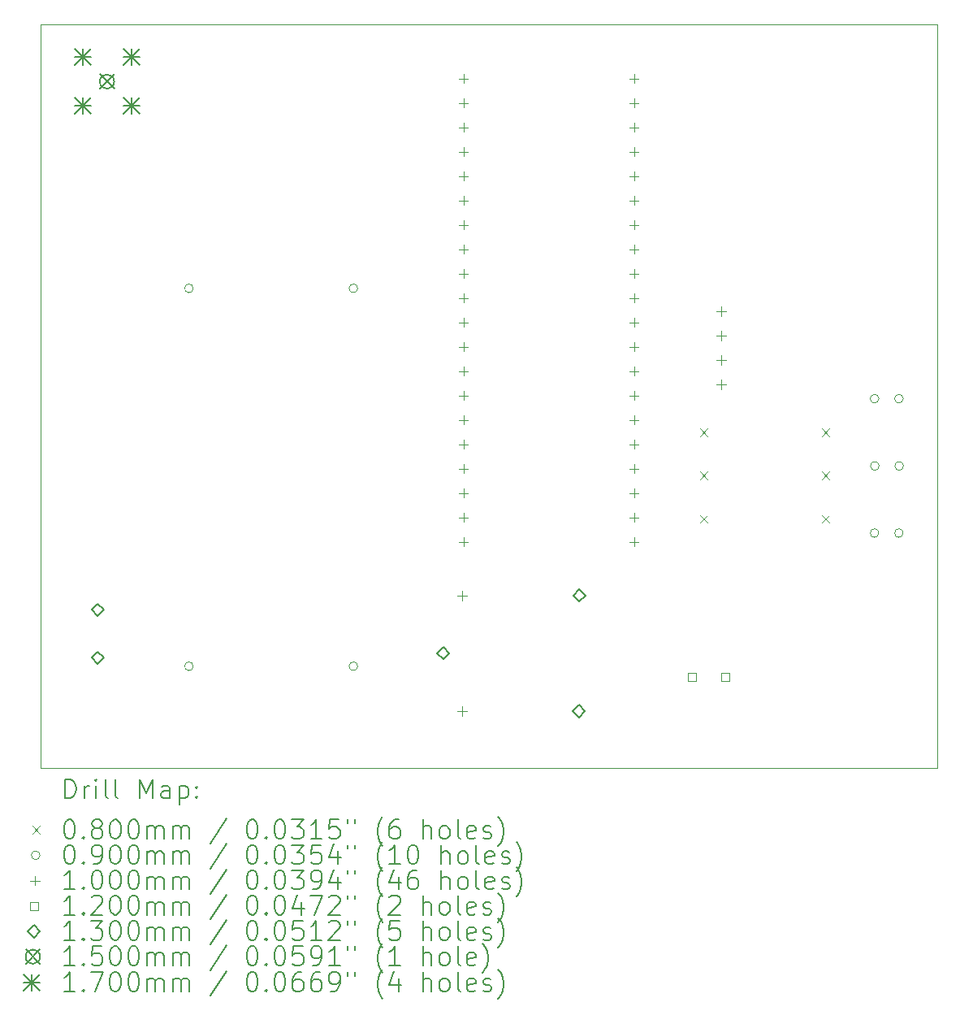
<source format=gbr>
%TF.GenerationSoftware,KiCad,Pcbnew,8.0.2*%
%TF.CreationDate,2024-05-25T14:11:56+03:00*%
%TF.ProjectId,LoRa_irrigation_system,4c6f5261-5f69-4727-9269-676174696f6e,rev?*%
%TF.SameCoordinates,Original*%
%TF.FileFunction,Drillmap*%
%TF.FilePolarity,Positive*%
%FSLAX45Y45*%
G04 Gerber Fmt 4.5, Leading zero omitted, Abs format (unit mm)*
G04 Created by KiCad (PCBNEW 8.0.2) date 2024-05-25 14:11:56*
%MOMM*%
%LPD*%
G01*
G04 APERTURE LIST*
%ADD10C,0.050000*%
%ADD11C,0.200000*%
%ADD12C,0.100000*%
%ADD13C,0.120000*%
%ADD14C,0.130000*%
%ADD15C,0.150000*%
%ADD16C,0.170000*%
G04 APERTURE END LIST*
D10*
X8500000Y-4300000D02*
X17850000Y-4300000D01*
X8500000Y-12050000D02*
X8500000Y-4300000D01*
X17850000Y-12050000D02*
X8500000Y-12050000D01*
X17850000Y-4300000D02*
X17850000Y-11900000D01*
X17850000Y-11900000D02*
X17850000Y-12050000D01*
D11*
D12*
X15375000Y-8510000D02*
X15455000Y-8590000D01*
X15455000Y-8510000D02*
X15375000Y-8590000D01*
X15375000Y-8960000D02*
X15455000Y-9040000D01*
X15455000Y-8960000D02*
X15375000Y-9040000D01*
X15375000Y-9410000D02*
X15455000Y-9490000D01*
X15455000Y-9410000D02*
X15375000Y-9490000D01*
X16645000Y-8510000D02*
X16725000Y-8590000D01*
X16725000Y-8510000D02*
X16645000Y-8590000D01*
X16645000Y-8960000D02*
X16725000Y-9040000D01*
X16725000Y-8960000D02*
X16645000Y-9040000D01*
X16645000Y-9410000D02*
X16725000Y-9490000D01*
X16725000Y-9410000D02*
X16645000Y-9490000D01*
X10095000Y-7050300D02*
G75*
G02*
X10005000Y-7050300I-45000J0D01*
G01*
X10005000Y-7050300D02*
G75*
G02*
X10095000Y-7050300I45000J0D01*
G01*
X10095000Y-10987300D02*
G75*
G02*
X10005000Y-10987300I-45000J0D01*
G01*
X10005000Y-10987300D02*
G75*
G02*
X10095000Y-10987300I45000J0D01*
G01*
X11809500Y-7050300D02*
G75*
G02*
X11719500Y-7050300I-45000J0D01*
G01*
X11719500Y-7050300D02*
G75*
G02*
X11809500Y-7050300I45000J0D01*
G01*
X11809500Y-10987300D02*
G75*
G02*
X11719500Y-10987300I-45000J0D01*
G01*
X11719500Y-10987300D02*
G75*
G02*
X11809500Y-10987300I45000J0D01*
G01*
X17242000Y-8200000D02*
G75*
G02*
X17152000Y-8200000I-45000J0D01*
G01*
X17152000Y-8200000D02*
G75*
G02*
X17242000Y-8200000I45000J0D01*
G01*
X17242000Y-9600000D02*
G75*
G02*
X17152000Y-9600000I-45000J0D01*
G01*
X17152000Y-9600000D02*
G75*
G02*
X17242000Y-9600000I45000J0D01*
G01*
X17245000Y-8900000D02*
G75*
G02*
X17155000Y-8900000I-45000J0D01*
G01*
X17155000Y-8900000D02*
G75*
G02*
X17245000Y-8900000I45000J0D01*
G01*
X17496000Y-8200000D02*
G75*
G02*
X17406000Y-8200000I-45000J0D01*
G01*
X17406000Y-8200000D02*
G75*
G02*
X17496000Y-8200000I45000J0D01*
G01*
X17496000Y-9600000D02*
G75*
G02*
X17406000Y-9600000I-45000J0D01*
G01*
X17406000Y-9600000D02*
G75*
G02*
X17496000Y-9600000I45000J0D01*
G01*
X17499000Y-8900000D02*
G75*
G02*
X17409000Y-8900000I-45000J0D01*
G01*
X17409000Y-8900000D02*
G75*
G02*
X17499000Y-8900000I45000J0D01*
G01*
X12895000Y-10205000D02*
X12895000Y-10305000D01*
X12845000Y-10255000D02*
X12945000Y-10255000D01*
X12895000Y-11405000D02*
X12895000Y-11505000D01*
X12845000Y-11455000D02*
X12945000Y-11455000D01*
X12911000Y-4814000D02*
X12911000Y-4914000D01*
X12861000Y-4864000D02*
X12961000Y-4864000D01*
X12911000Y-5068000D02*
X12911000Y-5168000D01*
X12861000Y-5118000D02*
X12961000Y-5118000D01*
X12911000Y-5322000D02*
X12911000Y-5422000D01*
X12861000Y-5372000D02*
X12961000Y-5372000D01*
X12911000Y-5576000D02*
X12911000Y-5676000D01*
X12861000Y-5626000D02*
X12961000Y-5626000D01*
X12911000Y-5830000D02*
X12911000Y-5930000D01*
X12861000Y-5880000D02*
X12961000Y-5880000D01*
X12911000Y-6084000D02*
X12911000Y-6184000D01*
X12861000Y-6134000D02*
X12961000Y-6134000D01*
X12911000Y-6338000D02*
X12911000Y-6438000D01*
X12861000Y-6388000D02*
X12961000Y-6388000D01*
X12911000Y-6592000D02*
X12911000Y-6692000D01*
X12861000Y-6642000D02*
X12961000Y-6642000D01*
X12911000Y-6846000D02*
X12911000Y-6946000D01*
X12861000Y-6896000D02*
X12961000Y-6896000D01*
X12911000Y-7100000D02*
X12911000Y-7200000D01*
X12861000Y-7150000D02*
X12961000Y-7150000D01*
X12911000Y-7354000D02*
X12911000Y-7454000D01*
X12861000Y-7404000D02*
X12961000Y-7404000D01*
X12911000Y-7608000D02*
X12911000Y-7708000D01*
X12861000Y-7658000D02*
X12961000Y-7658000D01*
X12911000Y-7862000D02*
X12911000Y-7962000D01*
X12861000Y-7912000D02*
X12961000Y-7912000D01*
X12911000Y-8116000D02*
X12911000Y-8216000D01*
X12861000Y-8166000D02*
X12961000Y-8166000D01*
X12911000Y-8370000D02*
X12911000Y-8470000D01*
X12861000Y-8420000D02*
X12961000Y-8420000D01*
X12911000Y-8624000D02*
X12911000Y-8724000D01*
X12861000Y-8674000D02*
X12961000Y-8674000D01*
X12911000Y-8878000D02*
X12911000Y-8978000D01*
X12861000Y-8928000D02*
X12961000Y-8928000D01*
X12911000Y-9132000D02*
X12911000Y-9232000D01*
X12861000Y-9182000D02*
X12961000Y-9182000D01*
X12911000Y-9386000D02*
X12911000Y-9486000D01*
X12861000Y-9436000D02*
X12961000Y-9436000D01*
X12911000Y-9640000D02*
X12911000Y-9740000D01*
X12861000Y-9690000D02*
X12961000Y-9690000D01*
X14689000Y-4814000D02*
X14689000Y-4914000D01*
X14639000Y-4864000D02*
X14739000Y-4864000D01*
X14689000Y-5068000D02*
X14689000Y-5168000D01*
X14639000Y-5118000D02*
X14739000Y-5118000D01*
X14689000Y-5322000D02*
X14689000Y-5422000D01*
X14639000Y-5372000D02*
X14739000Y-5372000D01*
X14689000Y-5576000D02*
X14689000Y-5676000D01*
X14639000Y-5626000D02*
X14739000Y-5626000D01*
X14689000Y-5830000D02*
X14689000Y-5930000D01*
X14639000Y-5880000D02*
X14739000Y-5880000D01*
X14689000Y-6084000D02*
X14689000Y-6184000D01*
X14639000Y-6134000D02*
X14739000Y-6134000D01*
X14689000Y-6338000D02*
X14689000Y-6438000D01*
X14639000Y-6388000D02*
X14739000Y-6388000D01*
X14689000Y-6592000D02*
X14689000Y-6692000D01*
X14639000Y-6642000D02*
X14739000Y-6642000D01*
X14689000Y-6846000D02*
X14689000Y-6946000D01*
X14639000Y-6896000D02*
X14739000Y-6896000D01*
X14689000Y-7100000D02*
X14689000Y-7200000D01*
X14639000Y-7150000D02*
X14739000Y-7150000D01*
X14689000Y-7354000D02*
X14689000Y-7454000D01*
X14639000Y-7404000D02*
X14739000Y-7404000D01*
X14689000Y-7608000D02*
X14689000Y-7708000D01*
X14639000Y-7658000D02*
X14739000Y-7658000D01*
X14689000Y-7862000D02*
X14689000Y-7962000D01*
X14639000Y-7912000D02*
X14739000Y-7912000D01*
X14689000Y-8116000D02*
X14689000Y-8216000D01*
X14639000Y-8166000D02*
X14739000Y-8166000D01*
X14689000Y-8370000D02*
X14689000Y-8470000D01*
X14639000Y-8420000D02*
X14739000Y-8420000D01*
X14689000Y-8624000D02*
X14689000Y-8724000D01*
X14639000Y-8674000D02*
X14739000Y-8674000D01*
X14689000Y-8878000D02*
X14689000Y-8978000D01*
X14639000Y-8928000D02*
X14739000Y-8928000D01*
X14689000Y-9132000D02*
X14689000Y-9232000D01*
X14639000Y-9182000D02*
X14739000Y-9182000D01*
X14689000Y-9386000D02*
X14689000Y-9486000D01*
X14639000Y-9436000D02*
X14739000Y-9436000D01*
X14689000Y-9640000D02*
X14689000Y-9740000D01*
X14639000Y-9690000D02*
X14739000Y-9690000D01*
X15600000Y-7238000D02*
X15600000Y-7338000D01*
X15550000Y-7288000D02*
X15650000Y-7288000D01*
X15600000Y-7492000D02*
X15600000Y-7592000D01*
X15550000Y-7542000D02*
X15650000Y-7542000D01*
X15600000Y-7746000D02*
X15600000Y-7846000D01*
X15550000Y-7796000D02*
X15650000Y-7796000D01*
X15600000Y-8000000D02*
X15600000Y-8100000D01*
X15550000Y-8050000D02*
X15650000Y-8050000D01*
D13*
X15337427Y-11142427D02*
X15337427Y-11057573D01*
X15252573Y-11057573D01*
X15252573Y-11142427D01*
X15337427Y-11142427D01*
X15687427Y-11142427D02*
X15687427Y-11057573D01*
X15602573Y-11057573D01*
X15602573Y-11142427D01*
X15687427Y-11142427D01*
D14*
X9100000Y-10465000D02*
X9165000Y-10400000D01*
X9100000Y-10335000D01*
X9035000Y-10400000D01*
X9100000Y-10465000D01*
X9100000Y-10965000D02*
X9165000Y-10900000D01*
X9100000Y-10835000D01*
X9035000Y-10900000D01*
X9100000Y-10965000D01*
X12700000Y-10915000D02*
X12765000Y-10850000D01*
X12700000Y-10785000D01*
X12635000Y-10850000D01*
X12700000Y-10915000D01*
X14115000Y-11520000D02*
X14180000Y-11455000D01*
X14115000Y-11390000D01*
X14050000Y-11455000D01*
X14115000Y-11520000D01*
X14120000Y-10315000D02*
X14185000Y-10250000D01*
X14120000Y-10185000D01*
X14055000Y-10250000D01*
X14120000Y-10315000D01*
D15*
X9121000Y-4821000D02*
X9271000Y-4971000D01*
X9271000Y-4821000D02*
X9121000Y-4971000D01*
X9271000Y-4896000D02*
G75*
G02*
X9121000Y-4896000I-75000J0D01*
G01*
X9121000Y-4896000D02*
G75*
G02*
X9271000Y-4896000I75000J0D01*
G01*
D16*
X8857000Y-4557000D02*
X9027000Y-4727000D01*
X9027000Y-4557000D02*
X8857000Y-4727000D01*
X8942000Y-4557000D02*
X8942000Y-4727000D01*
X8857000Y-4642000D02*
X9027000Y-4642000D01*
X8857000Y-5065000D02*
X9027000Y-5235000D01*
X9027000Y-5065000D02*
X8857000Y-5235000D01*
X8942000Y-5065000D02*
X8942000Y-5235000D01*
X8857000Y-5150000D02*
X9027000Y-5150000D01*
X9365000Y-4557000D02*
X9535000Y-4727000D01*
X9535000Y-4557000D02*
X9365000Y-4727000D01*
X9450000Y-4557000D02*
X9450000Y-4727000D01*
X9365000Y-4642000D02*
X9535000Y-4642000D01*
X9365000Y-5065000D02*
X9535000Y-5235000D01*
X9535000Y-5065000D02*
X9365000Y-5235000D01*
X9450000Y-5065000D02*
X9450000Y-5235000D01*
X9365000Y-5150000D02*
X9535000Y-5150000D01*
D11*
X8758277Y-12363984D02*
X8758277Y-12163984D01*
X8758277Y-12163984D02*
X8805896Y-12163984D01*
X8805896Y-12163984D02*
X8834467Y-12173508D01*
X8834467Y-12173508D02*
X8853515Y-12192555D01*
X8853515Y-12192555D02*
X8863039Y-12211603D01*
X8863039Y-12211603D02*
X8872563Y-12249698D01*
X8872563Y-12249698D02*
X8872563Y-12278269D01*
X8872563Y-12278269D02*
X8863039Y-12316365D01*
X8863039Y-12316365D02*
X8853515Y-12335412D01*
X8853515Y-12335412D02*
X8834467Y-12354460D01*
X8834467Y-12354460D02*
X8805896Y-12363984D01*
X8805896Y-12363984D02*
X8758277Y-12363984D01*
X8958277Y-12363984D02*
X8958277Y-12230650D01*
X8958277Y-12268746D02*
X8967801Y-12249698D01*
X8967801Y-12249698D02*
X8977324Y-12240174D01*
X8977324Y-12240174D02*
X8996372Y-12230650D01*
X8996372Y-12230650D02*
X9015420Y-12230650D01*
X9082086Y-12363984D02*
X9082086Y-12230650D01*
X9082086Y-12163984D02*
X9072563Y-12173508D01*
X9072563Y-12173508D02*
X9082086Y-12183031D01*
X9082086Y-12183031D02*
X9091610Y-12173508D01*
X9091610Y-12173508D02*
X9082086Y-12163984D01*
X9082086Y-12163984D02*
X9082086Y-12183031D01*
X9205896Y-12363984D02*
X9186848Y-12354460D01*
X9186848Y-12354460D02*
X9177324Y-12335412D01*
X9177324Y-12335412D02*
X9177324Y-12163984D01*
X9310658Y-12363984D02*
X9291610Y-12354460D01*
X9291610Y-12354460D02*
X9282086Y-12335412D01*
X9282086Y-12335412D02*
X9282086Y-12163984D01*
X9539229Y-12363984D02*
X9539229Y-12163984D01*
X9539229Y-12163984D02*
X9605896Y-12306841D01*
X9605896Y-12306841D02*
X9672563Y-12163984D01*
X9672563Y-12163984D02*
X9672563Y-12363984D01*
X9853515Y-12363984D02*
X9853515Y-12259222D01*
X9853515Y-12259222D02*
X9843991Y-12240174D01*
X9843991Y-12240174D02*
X9824944Y-12230650D01*
X9824944Y-12230650D02*
X9786848Y-12230650D01*
X9786848Y-12230650D02*
X9767801Y-12240174D01*
X9853515Y-12354460D02*
X9834467Y-12363984D01*
X9834467Y-12363984D02*
X9786848Y-12363984D01*
X9786848Y-12363984D02*
X9767801Y-12354460D01*
X9767801Y-12354460D02*
X9758277Y-12335412D01*
X9758277Y-12335412D02*
X9758277Y-12316365D01*
X9758277Y-12316365D02*
X9767801Y-12297317D01*
X9767801Y-12297317D02*
X9786848Y-12287793D01*
X9786848Y-12287793D02*
X9834467Y-12287793D01*
X9834467Y-12287793D02*
X9853515Y-12278269D01*
X9948753Y-12230650D02*
X9948753Y-12430650D01*
X9948753Y-12240174D02*
X9967801Y-12230650D01*
X9967801Y-12230650D02*
X10005896Y-12230650D01*
X10005896Y-12230650D02*
X10024944Y-12240174D01*
X10024944Y-12240174D02*
X10034467Y-12249698D01*
X10034467Y-12249698D02*
X10043991Y-12268746D01*
X10043991Y-12268746D02*
X10043991Y-12325888D01*
X10043991Y-12325888D02*
X10034467Y-12344936D01*
X10034467Y-12344936D02*
X10024944Y-12354460D01*
X10024944Y-12354460D02*
X10005896Y-12363984D01*
X10005896Y-12363984D02*
X9967801Y-12363984D01*
X9967801Y-12363984D02*
X9948753Y-12354460D01*
X10129705Y-12344936D02*
X10139229Y-12354460D01*
X10139229Y-12354460D02*
X10129705Y-12363984D01*
X10129705Y-12363984D02*
X10120182Y-12354460D01*
X10120182Y-12354460D02*
X10129705Y-12344936D01*
X10129705Y-12344936D02*
X10129705Y-12363984D01*
X10129705Y-12240174D02*
X10139229Y-12249698D01*
X10139229Y-12249698D02*
X10129705Y-12259222D01*
X10129705Y-12259222D02*
X10120182Y-12249698D01*
X10120182Y-12249698D02*
X10129705Y-12240174D01*
X10129705Y-12240174D02*
X10129705Y-12259222D01*
D12*
X8417500Y-12652500D02*
X8497500Y-12732500D01*
X8497500Y-12652500D02*
X8417500Y-12732500D01*
D11*
X8796372Y-12583984D02*
X8815420Y-12583984D01*
X8815420Y-12583984D02*
X8834467Y-12593508D01*
X8834467Y-12593508D02*
X8843991Y-12603031D01*
X8843991Y-12603031D02*
X8853515Y-12622079D01*
X8853515Y-12622079D02*
X8863039Y-12660174D01*
X8863039Y-12660174D02*
X8863039Y-12707793D01*
X8863039Y-12707793D02*
X8853515Y-12745888D01*
X8853515Y-12745888D02*
X8843991Y-12764936D01*
X8843991Y-12764936D02*
X8834467Y-12774460D01*
X8834467Y-12774460D02*
X8815420Y-12783984D01*
X8815420Y-12783984D02*
X8796372Y-12783984D01*
X8796372Y-12783984D02*
X8777324Y-12774460D01*
X8777324Y-12774460D02*
X8767801Y-12764936D01*
X8767801Y-12764936D02*
X8758277Y-12745888D01*
X8758277Y-12745888D02*
X8748753Y-12707793D01*
X8748753Y-12707793D02*
X8748753Y-12660174D01*
X8748753Y-12660174D02*
X8758277Y-12622079D01*
X8758277Y-12622079D02*
X8767801Y-12603031D01*
X8767801Y-12603031D02*
X8777324Y-12593508D01*
X8777324Y-12593508D02*
X8796372Y-12583984D01*
X8948753Y-12764936D02*
X8958277Y-12774460D01*
X8958277Y-12774460D02*
X8948753Y-12783984D01*
X8948753Y-12783984D02*
X8939229Y-12774460D01*
X8939229Y-12774460D02*
X8948753Y-12764936D01*
X8948753Y-12764936D02*
X8948753Y-12783984D01*
X9072563Y-12669698D02*
X9053515Y-12660174D01*
X9053515Y-12660174D02*
X9043991Y-12650650D01*
X9043991Y-12650650D02*
X9034467Y-12631603D01*
X9034467Y-12631603D02*
X9034467Y-12622079D01*
X9034467Y-12622079D02*
X9043991Y-12603031D01*
X9043991Y-12603031D02*
X9053515Y-12593508D01*
X9053515Y-12593508D02*
X9072563Y-12583984D01*
X9072563Y-12583984D02*
X9110658Y-12583984D01*
X9110658Y-12583984D02*
X9129705Y-12593508D01*
X9129705Y-12593508D02*
X9139229Y-12603031D01*
X9139229Y-12603031D02*
X9148753Y-12622079D01*
X9148753Y-12622079D02*
X9148753Y-12631603D01*
X9148753Y-12631603D02*
X9139229Y-12650650D01*
X9139229Y-12650650D02*
X9129705Y-12660174D01*
X9129705Y-12660174D02*
X9110658Y-12669698D01*
X9110658Y-12669698D02*
X9072563Y-12669698D01*
X9072563Y-12669698D02*
X9053515Y-12679222D01*
X9053515Y-12679222D02*
X9043991Y-12688746D01*
X9043991Y-12688746D02*
X9034467Y-12707793D01*
X9034467Y-12707793D02*
X9034467Y-12745888D01*
X9034467Y-12745888D02*
X9043991Y-12764936D01*
X9043991Y-12764936D02*
X9053515Y-12774460D01*
X9053515Y-12774460D02*
X9072563Y-12783984D01*
X9072563Y-12783984D02*
X9110658Y-12783984D01*
X9110658Y-12783984D02*
X9129705Y-12774460D01*
X9129705Y-12774460D02*
X9139229Y-12764936D01*
X9139229Y-12764936D02*
X9148753Y-12745888D01*
X9148753Y-12745888D02*
X9148753Y-12707793D01*
X9148753Y-12707793D02*
X9139229Y-12688746D01*
X9139229Y-12688746D02*
X9129705Y-12679222D01*
X9129705Y-12679222D02*
X9110658Y-12669698D01*
X9272563Y-12583984D02*
X9291610Y-12583984D01*
X9291610Y-12583984D02*
X9310658Y-12593508D01*
X9310658Y-12593508D02*
X9320182Y-12603031D01*
X9320182Y-12603031D02*
X9329705Y-12622079D01*
X9329705Y-12622079D02*
X9339229Y-12660174D01*
X9339229Y-12660174D02*
X9339229Y-12707793D01*
X9339229Y-12707793D02*
X9329705Y-12745888D01*
X9329705Y-12745888D02*
X9320182Y-12764936D01*
X9320182Y-12764936D02*
X9310658Y-12774460D01*
X9310658Y-12774460D02*
X9291610Y-12783984D01*
X9291610Y-12783984D02*
X9272563Y-12783984D01*
X9272563Y-12783984D02*
X9253515Y-12774460D01*
X9253515Y-12774460D02*
X9243991Y-12764936D01*
X9243991Y-12764936D02*
X9234467Y-12745888D01*
X9234467Y-12745888D02*
X9224944Y-12707793D01*
X9224944Y-12707793D02*
X9224944Y-12660174D01*
X9224944Y-12660174D02*
X9234467Y-12622079D01*
X9234467Y-12622079D02*
X9243991Y-12603031D01*
X9243991Y-12603031D02*
X9253515Y-12593508D01*
X9253515Y-12593508D02*
X9272563Y-12583984D01*
X9463039Y-12583984D02*
X9482086Y-12583984D01*
X9482086Y-12583984D02*
X9501134Y-12593508D01*
X9501134Y-12593508D02*
X9510658Y-12603031D01*
X9510658Y-12603031D02*
X9520182Y-12622079D01*
X9520182Y-12622079D02*
X9529705Y-12660174D01*
X9529705Y-12660174D02*
X9529705Y-12707793D01*
X9529705Y-12707793D02*
X9520182Y-12745888D01*
X9520182Y-12745888D02*
X9510658Y-12764936D01*
X9510658Y-12764936D02*
X9501134Y-12774460D01*
X9501134Y-12774460D02*
X9482086Y-12783984D01*
X9482086Y-12783984D02*
X9463039Y-12783984D01*
X9463039Y-12783984D02*
X9443991Y-12774460D01*
X9443991Y-12774460D02*
X9434467Y-12764936D01*
X9434467Y-12764936D02*
X9424944Y-12745888D01*
X9424944Y-12745888D02*
X9415420Y-12707793D01*
X9415420Y-12707793D02*
X9415420Y-12660174D01*
X9415420Y-12660174D02*
X9424944Y-12622079D01*
X9424944Y-12622079D02*
X9434467Y-12603031D01*
X9434467Y-12603031D02*
X9443991Y-12593508D01*
X9443991Y-12593508D02*
X9463039Y-12583984D01*
X9615420Y-12783984D02*
X9615420Y-12650650D01*
X9615420Y-12669698D02*
X9624944Y-12660174D01*
X9624944Y-12660174D02*
X9643991Y-12650650D01*
X9643991Y-12650650D02*
X9672563Y-12650650D01*
X9672563Y-12650650D02*
X9691610Y-12660174D01*
X9691610Y-12660174D02*
X9701134Y-12679222D01*
X9701134Y-12679222D02*
X9701134Y-12783984D01*
X9701134Y-12679222D02*
X9710658Y-12660174D01*
X9710658Y-12660174D02*
X9729705Y-12650650D01*
X9729705Y-12650650D02*
X9758277Y-12650650D01*
X9758277Y-12650650D02*
X9777325Y-12660174D01*
X9777325Y-12660174D02*
X9786848Y-12679222D01*
X9786848Y-12679222D02*
X9786848Y-12783984D01*
X9882086Y-12783984D02*
X9882086Y-12650650D01*
X9882086Y-12669698D02*
X9891610Y-12660174D01*
X9891610Y-12660174D02*
X9910658Y-12650650D01*
X9910658Y-12650650D02*
X9939229Y-12650650D01*
X9939229Y-12650650D02*
X9958277Y-12660174D01*
X9958277Y-12660174D02*
X9967801Y-12679222D01*
X9967801Y-12679222D02*
X9967801Y-12783984D01*
X9967801Y-12679222D02*
X9977325Y-12660174D01*
X9977325Y-12660174D02*
X9996372Y-12650650D01*
X9996372Y-12650650D02*
X10024944Y-12650650D01*
X10024944Y-12650650D02*
X10043991Y-12660174D01*
X10043991Y-12660174D02*
X10053515Y-12679222D01*
X10053515Y-12679222D02*
X10053515Y-12783984D01*
X10443991Y-12574460D02*
X10272563Y-12831603D01*
X10701134Y-12583984D02*
X10720182Y-12583984D01*
X10720182Y-12583984D02*
X10739229Y-12593508D01*
X10739229Y-12593508D02*
X10748753Y-12603031D01*
X10748753Y-12603031D02*
X10758277Y-12622079D01*
X10758277Y-12622079D02*
X10767801Y-12660174D01*
X10767801Y-12660174D02*
X10767801Y-12707793D01*
X10767801Y-12707793D02*
X10758277Y-12745888D01*
X10758277Y-12745888D02*
X10748753Y-12764936D01*
X10748753Y-12764936D02*
X10739229Y-12774460D01*
X10739229Y-12774460D02*
X10720182Y-12783984D01*
X10720182Y-12783984D02*
X10701134Y-12783984D01*
X10701134Y-12783984D02*
X10682087Y-12774460D01*
X10682087Y-12774460D02*
X10672563Y-12764936D01*
X10672563Y-12764936D02*
X10663039Y-12745888D01*
X10663039Y-12745888D02*
X10653515Y-12707793D01*
X10653515Y-12707793D02*
X10653515Y-12660174D01*
X10653515Y-12660174D02*
X10663039Y-12622079D01*
X10663039Y-12622079D02*
X10672563Y-12603031D01*
X10672563Y-12603031D02*
X10682087Y-12593508D01*
X10682087Y-12593508D02*
X10701134Y-12583984D01*
X10853515Y-12764936D02*
X10863039Y-12774460D01*
X10863039Y-12774460D02*
X10853515Y-12783984D01*
X10853515Y-12783984D02*
X10843991Y-12774460D01*
X10843991Y-12774460D02*
X10853515Y-12764936D01*
X10853515Y-12764936D02*
X10853515Y-12783984D01*
X10986848Y-12583984D02*
X11005896Y-12583984D01*
X11005896Y-12583984D02*
X11024944Y-12593508D01*
X11024944Y-12593508D02*
X11034468Y-12603031D01*
X11034468Y-12603031D02*
X11043991Y-12622079D01*
X11043991Y-12622079D02*
X11053515Y-12660174D01*
X11053515Y-12660174D02*
X11053515Y-12707793D01*
X11053515Y-12707793D02*
X11043991Y-12745888D01*
X11043991Y-12745888D02*
X11034468Y-12764936D01*
X11034468Y-12764936D02*
X11024944Y-12774460D01*
X11024944Y-12774460D02*
X11005896Y-12783984D01*
X11005896Y-12783984D02*
X10986848Y-12783984D01*
X10986848Y-12783984D02*
X10967801Y-12774460D01*
X10967801Y-12774460D02*
X10958277Y-12764936D01*
X10958277Y-12764936D02*
X10948753Y-12745888D01*
X10948753Y-12745888D02*
X10939229Y-12707793D01*
X10939229Y-12707793D02*
X10939229Y-12660174D01*
X10939229Y-12660174D02*
X10948753Y-12622079D01*
X10948753Y-12622079D02*
X10958277Y-12603031D01*
X10958277Y-12603031D02*
X10967801Y-12593508D01*
X10967801Y-12593508D02*
X10986848Y-12583984D01*
X11120182Y-12583984D02*
X11243991Y-12583984D01*
X11243991Y-12583984D02*
X11177325Y-12660174D01*
X11177325Y-12660174D02*
X11205896Y-12660174D01*
X11205896Y-12660174D02*
X11224944Y-12669698D01*
X11224944Y-12669698D02*
X11234467Y-12679222D01*
X11234467Y-12679222D02*
X11243991Y-12698269D01*
X11243991Y-12698269D02*
X11243991Y-12745888D01*
X11243991Y-12745888D02*
X11234467Y-12764936D01*
X11234467Y-12764936D02*
X11224944Y-12774460D01*
X11224944Y-12774460D02*
X11205896Y-12783984D01*
X11205896Y-12783984D02*
X11148753Y-12783984D01*
X11148753Y-12783984D02*
X11129706Y-12774460D01*
X11129706Y-12774460D02*
X11120182Y-12764936D01*
X11434467Y-12783984D02*
X11320182Y-12783984D01*
X11377325Y-12783984D02*
X11377325Y-12583984D01*
X11377325Y-12583984D02*
X11358277Y-12612555D01*
X11358277Y-12612555D02*
X11339229Y-12631603D01*
X11339229Y-12631603D02*
X11320182Y-12641127D01*
X11615420Y-12583984D02*
X11520182Y-12583984D01*
X11520182Y-12583984D02*
X11510658Y-12679222D01*
X11510658Y-12679222D02*
X11520182Y-12669698D01*
X11520182Y-12669698D02*
X11539229Y-12660174D01*
X11539229Y-12660174D02*
X11586848Y-12660174D01*
X11586848Y-12660174D02*
X11605896Y-12669698D01*
X11605896Y-12669698D02*
X11615420Y-12679222D01*
X11615420Y-12679222D02*
X11624944Y-12698269D01*
X11624944Y-12698269D02*
X11624944Y-12745888D01*
X11624944Y-12745888D02*
X11615420Y-12764936D01*
X11615420Y-12764936D02*
X11605896Y-12774460D01*
X11605896Y-12774460D02*
X11586848Y-12783984D01*
X11586848Y-12783984D02*
X11539229Y-12783984D01*
X11539229Y-12783984D02*
X11520182Y-12774460D01*
X11520182Y-12774460D02*
X11510658Y-12764936D01*
X11701134Y-12583984D02*
X11701134Y-12622079D01*
X11777325Y-12583984D02*
X11777325Y-12622079D01*
X12072563Y-12860174D02*
X12063039Y-12850650D01*
X12063039Y-12850650D02*
X12043991Y-12822079D01*
X12043991Y-12822079D02*
X12034468Y-12803031D01*
X12034468Y-12803031D02*
X12024944Y-12774460D01*
X12024944Y-12774460D02*
X12015420Y-12726841D01*
X12015420Y-12726841D02*
X12015420Y-12688746D01*
X12015420Y-12688746D02*
X12024944Y-12641127D01*
X12024944Y-12641127D02*
X12034468Y-12612555D01*
X12034468Y-12612555D02*
X12043991Y-12593508D01*
X12043991Y-12593508D02*
X12063039Y-12564936D01*
X12063039Y-12564936D02*
X12072563Y-12555412D01*
X12234468Y-12583984D02*
X12196372Y-12583984D01*
X12196372Y-12583984D02*
X12177325Y-12593508D01*
X12177325Y-12593508D02*
X12167801Y-12603031D01*
X12167801Y-12603031D02*
X12148753Y-12631603D01*
X12148753Y-12631603D02*
X12139229Y-12669698D01*
X12139229Y-12669698D02*
X12139229Y-12745888D01*
X12139229Y-12745888D02*
X12148753Y-12764936D01*
X12148753Y-12764936D02*
X12158277Y-12774460D01*
X12158277Y-12774460D02*
X12177325Y-12783984D01*
X12177325Y-12783984D02*
X12215420Y-12783984D01*
X12215420Y-12783984D02*
X12234468Y-12774460D01*
X12234468Y-12774460D02*
X12243991Y-12764936D01*
X12243991Y-12764936D02*
X12253515Y-12745888D01*
X12253515Y-12745888D02*
X12253515Y-12698269D01*
X12253515Y-12698269D02*
X12243991Y-12679222D01*
X12243991Y-12679222D02*
X12234468Y-12669698D01*
X12234468Y-12669698D02*
X12215420Y-12660174D01*
X12215420Y-12660174D02*
X12177325Y-12660174D01*
X12177325Y-12660174D02*
X12158277Y-12669698D01*
X12158277Y-12669698D02*
X12148753Y-12679222D01*
X12148753Y-12679222D02*
X12139229Y-12698269D01*
X12491610Y-12783984D02*
X12491610Y-12583984D01*
X12577325Y-12783984D02*
X12577325Y-12679222D01*
X12577325Y-12679222D02*
X12567801Y-12660174D01*
X12567801Y-12660174D02*
X12548753Y-12650650D01*
X12548753Y-12650650D02*
X12520182Y-12650650D01*
X12520182Y-12650650D02*
X12501134Y-12660174D01*
X12501134Y-12660174D02*
X12491610Y-12669698D01*
X12701134Y-12783984D02*
X12682087Y-12774460D01*
X12682087Y-12774460D02*
X12672563Y-12764936D01*
X12672563Y-12764936D02*
X12663039Y-12745888D01*
X12663039Y-12745888D02*
X12663039Y-12688746D01*
X12663039Y-12688746D02*
X12672563Y-12669698D01*
X12672563Y-12669698D02*
X12682087Y-12660174D01*
X12682087Y-12660174D02*
X12701134Y-12650650D01*
X12701134Y-12650650D02*
X12729706Y-12650650D01*
X12729706Y-12650650D02*
X12748753Y-12660174D01*
X12748753Y-12660174D02*
X12758277Y-12669698D01*
X12758277Y-12669698D02*
X12767801Y-12688746D01*
X12767801Y-12688746D02*
X12767801Y-12745888D01*
X12767801Y-12745888D02*
X12758277Y-12764936D01*
X12758277Y-12764936D02*
X12748753Y-12774460D01*
X12748753Y-12774460D02*
X12729706Y-12783984D01*
X12729706Y-12783984D02*
X12701134Y-12783984D01*
X12882087Y-12783984D02*
X12863039Y-12774460D01*
X12863039Y-12774460D02*
X12853515Y-12755412D01*
X12853515Y-12755412D02*
X12853515Y-12583984D01*
X13034468Y-12774460D02*
X13015420Y-12783984D01*
X13015420Y-12783984D02*
X12977325Y-12783984D01*
X12977325Y-12783984D02*
X12958277Y-12774460D01*
X12958277Y-12774460D02*
X12948753Y-12755412D01*
X12948753Y-12755412D02*
X12948753Y-12679222D01*
X12948753Y-12679222D02*
X12958277Y-12660174D01*
X12958277Y-12660174D02*
X12977325Y-12650650D01*
X12977325Y-12650650D02*
X13015420Y-12650650D01*
X13015420Y-12650650D02*
X13034468Y-12660174D01*
X13034468Y-12660174D02*
X13043991Y-12679222D01*
X13043991Y-12679222D02*
X13043991Y-12698269D01*
X13043991Y-12698269D02*
X12948753Y-12717317D01*
X13120182Y-12774460D02*
X13139230Y-12783984D01*
X13139230Y-12783984D02*
X13177325Y-12783984D01*
X13177325Y-12783984D02*
X13196372Y-12774460D01*
X13196372Y-12774460D02*
X13205896Y-12755412D01*
X13205896Y-12755412D02*
X13205896Y-12745888D01*
X13205896Y-12745888D02*
X13196372Y-12726841D01*
X13196372Y-12726841D02*
X13177325Y-12717317D01*
X13177325Y-12717317D02*
X13148753Y-12717317D01*
X13148753Y-12717317D02*
X13129706Y-12707793D01*
X13129706Y-12707793D02*
X13120182Y-12688746D01*
X13120182Y-12688746D02*
X13120182Y-12679222D01*
X13120182Y-12679222D02*
X13129706Y-12660174D01*
X13129706Y-12660174D02*
X13148753Y-12650650D01*
X13148753Y-12650650D02*
X13177325Y-12650650D01*
X13177325Y-12650650D02*
X13196372Y-12660174D01*
X13272563Y-12860174D02*
X13282087Y-12850650D01*
X13282087Y-12850650D02*
X13301134Y-12822079D01*
X13301134Y-12822079D02*
X13310658Y-12803031D01*
X13310658Y-12803031D02*
X13320182Y-12774460D01*
X13320182Y-12774460D02*
X13329706Y-12726841D01*
X13329706Y-12726841D02*
X13329706Y-12688746D01*
X13329706Y-12688746D02*
X13320182Y-12641127D01*
X13320182Y-12641127D02*
X13310658Y-12612555D01*
X13310658Y-12612555D02*
X13301134Y-12593508D01*
X13301134Y-12593508D02*
X13282087Y-12564936D01*
X13282087Y-12564936D02*
X13272563Y-12555412D01*
D12*
X8497500Y-12956500D02*
G75*
G02*
X8407500Y-12956500I-45000J0D01*
G01*
X8407500Y-12956500D02*
G75*
G02*
X8497500Y-12956500I45000J0D01*
G01*
D11*
X8796372Y-12847984D02*
X8815420Y-12847984D01*
X8815420Y-12847984D02*
X8834467Y-12857508D01*
X8834467Y-12857508D02*
X8843991Y-12867031D01*
X8843991Y-12867031D02*
X8853515Y-12886079D01*
X8853515Y-12886079D02*
X8863039Y-12924174D01*
X8863039Y-12924174D02*
X8863039Y-12971793D01*
X8863039Y-12971793D02*
X8853515Y-13009888D01*
X8853515Y-13009888D02*
X8843991Y-13028936D01*
X8843991Y-13028936D02*
X8834467Y-13038460D01*
X8834467Y-13038460D02*
X8815420Y-13047984D01*
X8815420Y-13047984D02*
X8796372Y-13047984D01*
X8796372Y-13047984D02*
X8777324Y-13038460D01*
X8777324Y-13038460D02*
X8767801Y-13028936D01*
X8767801Y-13028936D02*
X8758277Y-13009888D01*
X8758277Y-13009888D02*
X8748753Y-12971793D01*
X8748753Y-12971793D02*
X8748753Y-12924174D01*
X8748753Y-12924174D02*
X8758277Y-12886079D01*
X8758277Y-12886079D02*
X8767801Y-12867031D01*
X8767801Y-12867031D02*
X8777324Y-12857508D01*
X8777324Y-12857508D02*
X8796372Y-12847984D01*
X8948753Y-13028936D02*
X8958277Y-13038460D01*
X8958277Y-13038460D02*
X8948753Y-13047984D01*
X8948753Y-13047984D02*
X8939229Y-13038460D01*
X8939229Y-13038460D02*
X8948753Y-13028936D01*
X8948753Y-13028936D02*
X8948753Y-13047984D01*
X9053515Y-13047984D02*
X9091610Y-13047984D01*
X9091610Y-13047984D02*
X9110658Y-13038460D01*
X9110658Y-13038460D02*
X9120182Y-13028936D01*
X9120182Y-13028936D02*
X9139229Y-13000365D01*
X9139229Y-13000365D02*
X9148753Y-12962269D01*
X9148753Y-12962269D02*
X9148753Y-12886079D01*
X9148753Y-12886079D02*
X9139229Y-12867031D01*
X9139229Y-12867031D02*
X9129705Y-12857508D01*
X9129705Y-12857508D02*
X9110658Y-12847984D01*
X9110658Y-12847984D02*
X9072563Y-12847984D01*
X9072563Y-12847984D02*
X9053515Y-12857508D01*
X9053515Y-12857508D02*
X9043991Y-12867031D01*
X9043991Y-12867031D02*
X9034467Y-12886079D01*
X9034467Y-12886079D02*
X9034467Y-12933698D01*
X9034467Y-12933698D02*
X9043991Y-12952746D01*
X9043991Y-12952746D02*
X9053515Y-12962269D01*
X9053515Y-12962269D02*
X9072563Y-12971793D01*
X9072563Y-12971793D02*
X9110658Y-12971793D01*
X9110658Y-12971793D02*
X9129705Y-12962269D01*
X9129705Y-12962269D02*
X9139229Y-12952746D01*
X9139229Y-12952746D02*
X9148753Y-12933698D01*
X9272563Y-12847984D02*
X9291610Y-12847984D01*
X9291610Y-12847984D02*
X9310658Y-12857508D01*
X9310658Y-12857508D02*
X9320182Y-12867031D01*
X9320182Y-12867031D02*
X9329705Y-12886079D01*
X9329705Y-12886079D02*
X9339229Y-12924174D01*
X9339229Y-12924174D02*
X9339229Y-12971793D01*
X9339229Y-12971793D02*
X9329705Y-13009888D01*
X9329705Y-13009888D02*
X9320182Y-13028936D01*
X9320182Y-13028936D02*
X9310658Y-13038460D01*
X9310658Y-13038460D02*
X9291610Y-13047984D01*
X9291610Y-13047984D02*
X9272563Y-13047984D01*
X9272563Y-13047984D02*
X9253515Y-13038460D01*
X9253515Y-13038460D02*
X9243991Y-13028936D01*
X9243991Y-13028936D02*
X9234467Y-13009888D01*
X9234467Y-13009888D02*
X9224944Y-12971793D01*
X9224944Y-12971793D02*
X9224944Y-12924174D01*
X9224944Y-12924174D02*
X9234467Y-12886079D01*
X9234467Y-12886079D02*
X9243991Y-12867031D01*
X9243991Y-12867031D02*
X9253515Y-12857508D01*
X9253515Y-12857508D02*
X9272563Y-12847984D01*
X9463039Y-12847984D02*
X9482086Y-12847984D01*
X9482086Y-12847984D02*
X9501134Y-12857508D01*
X9501134Y-12857508D02*
X9510658Y-12867031D01*
X9510658Y-12867031D02*
X9520182Y-12886079D01*
X9520182Y-12886079D02*
X9529705Y-12924174D01*
X9529705Y-12924174D02*
X9529705Y-12971793D01*
X9529705Y-12971793D02*
X9520182Y-13009888D01*
X9520182Y-13009888D02*
X9510658Y-13028936D01*
X9510658Y-13028936D02*
X9501134Y-13038460D01*
X9501134Y-13038460D02*
X9482086Y-13047984D01*
X9482086Y-13047984D02*
X9463039Y-13047984D01*
X9463039Y-13047984D02*
X9443991Y-13038460D01*
X9443991Y-13038460D02*
X9434467Y-13028936D01*
X9434467Y-13028936D02*
X9424944Y-13009888D01*
X9424944Y-13009888D02*
X9415420Y-12971793D01*
X9415420Y-12971793D02*
X9415420Y-12924174D01*
X9415420Y-12924174D02*
X9424944Y-12886079D01*
X9424944Y-12886079D02*
X9434467Y-12867031D01*
X9434467Y-12867031D02*
X9443991Y-12857508D01*
X9443991Y-12857508D02*
X9463039Y-12847984D01*
X9615420Y-13047984D02*
X9615420Y-12914650D01*
X9615420Y-12933698D02*
X9624944Y-12924174D01*
X9624944Y-12924174D02*
X9643991Y-12914650D01*
X9643991Y-12914650D02*
X9672563Y-12914650D01*
X9672563Y-12914650D02*
X9691610Y-12924174D01*
X9691610Y-12924174D02*
X9701134Y-12943222D01*
X9701134Y-12943222D02*
X9701134Y-13047984D01*
X9701134Y-12943222D02*
X9710658Y-12924174D01*
X9710658Y-12924174D02*
X9729705Y-12914650D01*
X9729705Y-12914650D02*
X9758277Y-12914650D01*
X9758277Y-12914650D02*
X9777325Y-12924174D01*
X9777325Y-12924174D02*
X9786848Y-12943222D01*
X9786848Y-12943222D02*
X9786848Y-13047984D01*
X9882086Y-13047984D02*
X9882086Y-12914650D01*
X9882086Y-12933698D02*
X9891610Y-12924174D01*
X9891610Y-12924174D02*
X9910658Y-12914650D01*
X9910658Y-12914650D02*
X9939229Y-12914650D01*
X9939229Y-12914650D02*
X9958277Y-12924174D01*
X9958277Y-12924174D02*
X9967801Y-12943222D01*
X9967801Y-12943222D02*
X9967801Y-13047984D01*
X9967801Y-12943222D02*
X9977325Y-12924174D01*
X9977325Y-12924174D02*
X9996372Y-12914650D01*
X9996372Y-12914650D02*
X10024944Y-12914650D01*
X10024944Y-12914650D02*
X10043991Y-12924174D01*
X10043991Y-12924174D02*
X10053515Y-12943222D01*
X10053515Y-12943222D02*
X10053515Y-13047984D01*
X10443991Y-12838460D02*
X10272563Y-13095603D01*
X10701134Y-12847984D02*
X10720182Y-12847984D01*
X10720182Y-12847984D02*
X10739229Y-12857508D01*
X10739229Y-12857508D02*
X10748753Y-12867031D01*
X10748753Y-12867031D02*
X10758277Y-12886079D01*
X10758277Y-12886079D02*
X10767801Y-12924174D01*
X10767801Y-12924174D02*
X10767801Y-12971793D01*
X10767801Y-12971793D02*
X10758277Y-13009888D01*
X10758277Y-13009888D02*
X10748753Y-13028936D01*
X10748753Y-13028936D02*
X10739229Y-13038460D01*
X10739229Y-13038460D02*
X10720182Y-13047984D01*
X10720182Y-13047984D02*
X10701134Y-13047984D01*
X10701134Y-13047984D02*
X10682087Y-13038460D01*
X10682087Y-13038460D02*
X10672563Y-13028936D01*
X10672563Y-13028936D02*
X10663039Y-13009888D01*
X10663039Y-13009888D02*
X10653515Y-12971793D01*
X10653515Y-12971793D02*
X10653515Y-12924174D01*
X10653515Y-12924174D02*
X10663039Y-12886079D01*
X10663039Y-12886079D02*
X10672563Y-12867031D01*
X10672563Y-12867031D02*
X10682087Y-12857508D01*
X10682087Y-12857508D02*
X10701134Y-12847984D01*
X10853515Y-13028936D02*
X10863039Y-13038460D01*
X10863039Y-13038460D02*
X10853515Y-13047984D01*
X10853515Y-13047984D02*
X10843991Y-13038460D01*
X10843991Y-13038460D02*
X10853515Y-13028936D01*
X10853515Y-13028936D02*
X10853515Y-13047984D01*
X10986848Y-12847984D02*
X11005896Y-12847984D01*
X11005896Y-12847984D02*
X11024944Y-12857508D01*
X11024944Y-12857508D02*
X11034468Y-12867031D01*
X11034468Y-12867031D02*
X11043991Y-12886079D01*
X11043991Y-12886079D02*
X11053515Y-12924174D01*
X11053515Y-12924174D02*
X11053515Y-12971793D01*
X11053515Y-12971793D02*
X11043991Y-13009888D01*
X11043991Y-13009888D02*
X11034468Y-13028936D01*
X11034468Y-13028936D02*
X11024944Y-13038460D01*
X11024944Y-13038460D02*
X11005896Y-13047984D01*
X11005896Y-13047984D02*
X10986848Y-13047984D01*
X10986848Y-13047984D02*
X10967801Y-13038460D01*
X10967801Y-13038460D02*
X10958277Y-13028936D01*
X10958277Y-13028936D02*
X10948753Y-13009888D01*
X10948753Y-13009888D02*
X10939229Y-12971793D01*
X10939229Y-12971793D02*
X10939229Y-12924174D01*
X10939229Y-12924174D02*
X10948753Y-12886079D01*
X10948753Y-12886079D02*
X10958277Y-12867031D01*
X10958277Y-12867031D02*
X10967801Y-12857508D01*
X10967801Y-12857508D02*
X10986848Y-12847984D01*
X11120182Y-12847984D02*
X11243991Y-12847984D01*
X11243991Y-12847984D02*
X11177325Y-12924174D01*
X11177325Y-12924174D02*
X11205896Y-12924174D01*
X11205896Y-12924174D02*
X11224944Y-12933698D01*
X11224944Y-12933698D02*
X11234467Y-12943222D01*
X11234467Y-12943222D02*
X11243991Y-12962269D01*
X11243991Y-12962269D02*
X11243991Y-13009888D01*
X11243991Y-13009888D02*
X11234467Y-13028936D01*
X11234467Y-13028936D02*
X11224944Y-13038460D01*
X11224944Y-13038460D02*
X11205896Y-13047984D01*
X11205896Y-13047984D02*
X11148753Y-13047984D01*
X11148753Y-13047984D02*
X11129706Y-13038460D01*
X11129706Y-13038460D02*
X11120182Y-13028936D01*
X11424944Y-12847984D02*
X11329706Y-12847984D01*
X11329706Y-12847984D02*
X11320182Y-12943222D01*
X11320182Y-12943222D02*
X11329706Y-12933698D01*
X11329706Y-12933698D02*
X11348753Y-12924174D01*
X11348753Y-12924174D02*
X11396372Y-12924174D01*
X11396372Y-12924174D02*
X11415420Y-12933698D01*
X11415420Y-12933698D02*
X11424944Y-12943222D01*
X11424944Y-12943222D02*
X11434467Y-12962269D01*
X11434467Y-12962269D02*
X11434467Y-13009888D01*
X11434467Y-13009888D02*
X11424944Y-13028936D01*
X11424944Y-13028936D02*
X11415420Y-13038460D01*
X11415420Y-13038460D02*
X11396372Y-13047984D01*
X11396372Y-13047984D02*
X11348753Y-13047984D01*
X11348753Y-13047984D02*
X11329706Y-13038460D01*
X11329706Y-13038460D02*
X11320182Y-13028936D01*
X11605896Y-12914650D02*
X11605896Y-13047984D01*
X11558277Y-12838460D02*
X11510658Y-12981317D01*
X11510658Y-12981317D02*
X11634467Y-12981317D01*
X11701134Y-12847984D02*
X11701134Y-12886079D01*
X11777325Y-12847984D02*
X11777325Y-12886079D01*
X12072563Y-13124174D02*
X12063039Y-13114650D01*
X12063039Y-13114650D02*
X12043991Y-13086079D01*
X12043991Y-13086079D02*
X12034468Y-13067031D01*
X12034468Y-13067031D02*
X12024944Y-13038460D01*
X12024944Y-13038460D02*
X12015420Y-12990841D01*
X12015420Y-12990841D02*
X12015420Y-12952746D01*
X12015420Y-12952746D02*
X12024944Y-12905127D01*
X12024944Y-12905127D02*
X12034468Y-12876555D01*
X12034468Y-12876555D02*
X12043991Y-12857508D01*
X12043991Y-12857508D02*
X12063039Y-12828936D01*
X12063039Y-12828936D02*
X12072563Y-12819412D01*
X12253515Y-13047984D02*
X12139229Y-13047984D01*
X12196372Y-13047984D02*
X12196372Y-12847984D01*
X12196372Y-12847984D02*
X12177325Y-12876555D01*
X12177325Y-12876555D02*
X12158277Y-12895603D01*
X12158277Y-12895603D02*
X12139229Y-12905127D01*
X12377325Y-12847984D02*
X12396372Y-12847984D01*
X12396372Y-12847984D02*
X12415420Y-12857508D01*
X12415420Y-12857508D02*
X12424944Y-12867031D01*
X12424944Y-12867031D02*
X12434468Y-12886079D01*
X12434468Y-12886079D02*
X12443991Y-12924174D01*
X12443991Y-12924174D02*
X12443991Y-12971793D01*
X12443991Y-12971793D02*
X12434468Y-13009888D01*
X12434468Y-13009888D02*
X12424944Y-13028936D01*
X12424944Y-13028936D02*
X12415420Y-13038460D01*
X12415420Y-13038460D02*
X12396372Y-13047984D01*
X12396372Y-13047984D02*
X12377325Y-13047984D01*
X12377325Y-13047984D02*
X12358277Y-13038460D01*
X12358277Y-13038460D02*
X12348753Y-13028936D01*
X12348753Y-13028936D02*
X12339229Y-13009888D01*
X12339229Y-13009888D02*
X12329706Y-12971793D01*
X12329706Y-12971793D02*
X12329706Y-12924174D01*
X12329706Y-12924174D02*
X12339229Y-12886079D01*
X12339229Y-12886079D02*
X12348753Y-12867031D01*
X12348753Y-12867031D02*
X12358277Y-12857508D01*
X12358277Y-12857508D02*
X12377325Y-12847984D01*
X12682087Y-13047984D02*
X12682087Y-12847984D01*
X12767801Y-13047984D02*
X12767801Y-12943222D01*
X12767801Y-12943222D02*
X12758277Y-12924174D01*
X12758277Y-12924174D02*
X12739230Y-12914650D01*
X12739230Y-12914650D02*
X12710658Y-12914650D01*
X12710658Y-12914650D02*
X12691610Y-12924174D01*
X12691610Y-12924174D02*
X12682087Y-12933698D01*
X12891610Y-13047984D02*
X12872563Y-13038460D01*
X12872563Y-13038460D02*
X12863039Y-13028936D01*
X12863039Y-13028936D02*
X12853515Y-13009888D01*
X12853515Y-13009888D02*
X12853515Y-12952746D01*
X12853515Y-12952746D02*
X12863039Y-12933698D01*
X12863039Y-12933698D02*
X12872563Y-12924174D01*
X12872563Y-12924174D02*
X12891610Y-12914650D01*
X12891610Y-12914650D02*
X12920182Y-12914650D01*
X12920182Y-12914650D02*
X12939230Y-12924174D01*
X12939230Y-12924174D02*
X12948753Y-12933698D01*
X12948753Y-12933698D02*
X12958277Y-12952746D01*
X12958277Y-12952746D02*
X12958277Y-13009888D01*
X12958277Y-13009888D02*
X12948753Y-13028936D01*
X12948753Y-13028936D02*
X12939230Y-13038460D01*
X12939230Y-13038460D02*
X12920182Y-13047984D01*
X12920182Y-13047984D02*
X12891610Y-13047984D01*
X13072563Y-13047984D02*
X13053515Y-13038460D01*
X13053515Y-13038460D02*
X13043991Y-13019412D01*
X13043991Y-13019412D02*
X13043991Y-12847984D01*
X13224944Y-13038460D02*
X13205896Y-13047984D01*
X13205896Y-13047984D02*
X13167801Y-13047984D01*
X13167801Y-13047984D02*
X13148753Y-13038460D01*
X13148753Y-13038460D02*
X13139230Y-13019412D01*
X13139230Y-13019412D02*
X13139230Y-12943222D01*
X13139230Y-12943222D02*
X13148753Y-12924174D01*
X13148753Y-12924174D02*
X13167801Y-12914650D01*
X13167801Y-12914650D02*
X13205896Y-12914650D01*
X13205896Y-12914650D02*
X13224944Y-12924174D01*
X13224944Y-12924174D02*
X13234468Y-12943222D01*
X13234468Y-12943222D02*
X13234468Y-12962269D01*
X13234468Y-12962269D02*
X13139230Y-12981317D01*
X13310658Y-13038460D02*
X13329706Y-13047984D01*
X13329706Y-13047984D02*
X13367801Y-13047984D01*
X13367801Y-13047984D02*
X13386849Y-13038460D01*
X13386849Y-13038460D02*
X13396372Y-13019412D01*
X13396372Y-13019412D02*
X13396372Y-13009888D01*
X13396372Y-13009888D02*
X13386849Y-12990841D01*
X13386849Y-12990841D02*
X13367801Y-12981317D01*
X13367801Y-12981317D02*
X13339230Y-12981317D01*
X13339230Y-12981317D02*
X13320182Y-12971793D01*
X13320182Y-12971793D02*
X13310658Y-12952746D01*
X13310658Y-12952746D02*
X13310658Y-12943222D01*
X13310658Y-12943222D02*
X13320182Y-12924174D01*
X13320182Y-12924174D02*
X13339230Y-12914650D01*
X13339230Y-12914650D02*
X13367801Y-12914650D01*
X13367801Y-12914650D02*
X13386849Y-12924174D01*
X13463039Y-13124174D02*
X13472563Y-13114650D01*
X13472563Y-13114650D02*
X13491611Y-13086079D01*
X13491611Y-13086079D02*
X13501134Y-13067031D01*
X13501134Y-13067031D02*
X13510658Y-13038460D01*
X13510658Y-13038460D02*
X13520182Y-12990841D01*
X13520182Y-12990841D02*
X13520182Y-12952746D01*
X13520182Y-12952746D02*
X13510658Y-12905127D01*
X13510658Y-12905127D02*
X13501134Y-12876555D01*
X13501134Y-12876555D02*
X13491611Y-12857508D01*
X13491611Y-12857508D02*
X13472563Y-12828936D01*
X13472563Y-12828936D02*
X13463039Y-12819412D01*
D12*
X8447500Y-13170500D02*
X8447500Y-13270500D01*
X8397500Y-13220500D02*
X8497500Y-13220500D01*
D11*
X8863039Y-13311984D02*
X8748753Y-13311984D01*
X8805896Y-13311984D02*
X8805896Y-13111984D01*
X8805896Y-13111984D02*
X8786848Y-13140555D01*
X8786848Y-13140555D02*
X8767801Y-13159603D01*
X8767801Y-13159603D02*
X8748753Y-13169127D01*
X8948753Y-13292936D02*
X8958277Y-13302460D01*
X8958277Y-13302460D02*
X8948753Y-13311984D01*
X8948753Y-13311984D02*
X8939229Y-13302460D01*
X8939229Y-13302460D02*
X8948753Y-13292936D01*
X8948753Y-13292936D02*
X8948753Y-13311984D01*
X9082086Y-13111984D02*
X9101134Y-13111984D01*
X9101134Y-13111984D02*
X9120182Y-13121508D01*
X9120182Y-13121508D02*
X9129705Y-13131031D01*
X9129705Y-13131031D02*
X9139229Y-13150079D01*
X9139229Y-13150079D02*
X9148753Y-13188174D01*
X9148753Y-13188174D02*
X9148753Y-13235793D01*
X9148753Y-13235793D02*
X9139229Y-13273888D01*
X9139229Y-13273888D02*
X9129705Y-13292936D01*
X9129705Y-13292936D02*
X9120182Y-13302460D01*
X9120182Y-13302460D02*
X9101134Y-13311984D01*
X9101134Y-13311984D02*
X9082086Y-13311984D01*
X9082086Y-13311984D02*
X9063039Y-13302460D01*
X9063039Y-13302460D02*
X9053515Y-13292936D01*
X9053515Y-13292936D02*
X9043991Y-13273888D01*
X9043991Y-13273888D02*
X9034467Y-13235793D01*
X9034467Y-13235793D02*
X9034467Y-13188174D01*
X9034467Y-13188174D02*
X9043991Y-13150079D01*
X9043991Y-13150079D02*
X9053515Y-13131031D01*
X9053515Y-13131031D02*
X9063039Y-13121508D01*
X9063039Y-13121508D02*
X9082086Y-13111984D01*
X9272563Y-13111984D02*
X9291610Y-13111984D01*
X9291610Y-13111984D02*
X9310658Y-13121508D01*
X9310658Y-13121508D02*
X9320182Y-13131031D01*
X9320182Y-13131031D02*
X9329705Y-13150079D01*
X9329705Y-13150079D02*
X9339229Y-13188174D01*
X9339229Y-13188174D02*
X9339229Y-13235793D01*
X9339229Y-13235793D02*
X9329705Y-13273888D01*
X9329705Y-13273888D02*
X9320182Y-13292936D01*
X9320182Y-13292936D02*
X9310658Y-13302460D01*
X9310658Y-13302460D02*
X9291610Y-13311984D01*
X9291610Y-13311984D02*
X9272563Y-13311984D01*
X9272563Y-13311984D02*
X9253515Y-13302460D01*
X9253515Y-13302460D02*
X9243991Y-13292936D01*
X9243991Y-13292936D02*
X9234467Y-13273888D01*
X9234467Y-13273888D02*
X9224944Y-13235793D01*
X9224944Y-13235793D02*
X9224944Y-13188174D01*
X9224944Y-13188174D02*
X9234467Y-13150079D01*
X9234467Y-13150079D02*
X9243991Y-13131031D01*
X9243991Y-13131031D02*
X9253515Y-13121508D01*
X9253515Y-13121508D02*
X9272563Y-13111984D01*
X9463039Y-13111984D02*
X9482086Y-13111984D01*
X9482086Y-13111984D02*
X9501134Y-13121508D01*
X9501134Y-13121508D02*
X9510658Y-13131031D01*
X9510658Y-13131031D02*
X9520182Y-13150079D01*
X9520182Y-13150079D02*
X9529705Y-13188174D01*
X9529705Y-13188174D02*
X9529705Y-13235793D01*
X9529705Y-13235793D02*
X9520182Y-13273888D01*
X9520182Y-13273888D02*
X9510658Y-13292936D01*
X9510658Y-13292936D02*
X9501134Y-13302460D01*
X9501134Y-13302460D02*
X9482086Y-13311984D01*
X9482086Y-13311984D02*
X9463039Y-13311984D01*
X9463039Y-13311984D02*
X9443991Y-13302460D01*
X9443991Y-13302460D02*
X9434467Y-13292936D01*
X9434467Y-13292936D02*
X9424944Y-13273888D01*
X9424944Y-13273888D02*
X9415420Y-13235793D01*
X9415420Y-13235793D02*
X9415420Y-13188174D01*
X9415420Y-13188174D02*
X9424944Y-13150079D01*
X9424944Y-13150079D02*
X9434467Y-13131031D01*
X9434467Y-13131031D02*
X9443991Y-13121508D01*
X9443991Y-13121508D02*
X9463039Y-13111984D01*
X9615420Y-13311984D02*
X9615420Y-13178650D01*
X9615420Y-13197698D02*
X9624944Y-13188174D01*
X9624944Y-13188174D02*
X9643991Y-13178650D01*
X9643991Y-13178650D02*
X9672563Y-13178650D01*
X9672563Y-13178650D02*
X9691610Y-13188174D01*
X9691610Y-13188174D02*
X9701134Y-13207222D01*
X9701134Y-13207222D02*
X9701134Y-13311984D01*
X9701134Y-13207222D02*
X9710658Y-13188174D01*
X9710658Y-13188174D02*
X9729705Y-13178650D01*
X9729705Y-13178650D02*
X9758277Y-13178650D01*
X9758277Y-13178650D02*
X9777325Y-13188174D01*
X9777325Y-13188174D02*
X9786848Y-13207222D01*
X9786848Y-13207222D02*
X9786848Y-13311984D01*
X9882086Y-13311984D02*
X9882086Y-13178650D01*
X9882086Y-13197698D02*
X9891610Y-13188174D01*
X9891610Y-13188174D02*
X9910658Y-13178650D01*
X9910658Y-13178650D02*
X9939229Y-13178650D01*
X9939229Y-13178650D02*
X9958277Y-13188174D01*
X9958277Y-13188174D02*
X9967801Y-13207222D01*
X9967801Y-13207222D02*
X9967801Y-13311984D01*
X9967801Y-13207222D02*
X9977325Y-13188174D01*
X9977325Y-13188174D02*
X9996372Y-13178650D01*
X9996372Y-13178650D02*
X10024944Y-13178650D01*
X10024944Y-13178650D02*
X10043991Y-13188174D01*
X10043991Y-13188174D02*
X10053515Y-13207222D01*
X10053515Y-13207222D02*
X10053515Y-13311984D01*
X10443991Y-13102460D02*
X10272563Y-13359603D01*
X10701134Y-13111984D02*
X10720182Y-13111984D01*
X10720182Y-13111984D02*
X10739229Y-13121508D01*
X10739229Y-13121508D02*
X10748753Y-13131031D01*
X10748753Y-13131031D02*
X10758277Y-13150079D01*
X10758277Y-13150079D02*
X10767801Y-13188174D01*
X10767801Y-13188174D02*
X10767801Y-13235793D01*
X10767801Y-13235793D02*
X10758277Y-13273888D01*
X10758277Y-13273888D02*
X10748753Y-13292936D01*
X10748753Y-13292936D02*
X10739229Y-13302460D01*
X10739229Y-13302460D02*
X10720182Y-13311984D01*
X10720182Y-13311984D02*
X10701134Y-13311984D01*
X10701134Y-13311984D02*
X10682087Y-13302460D01*
X10682087Y-13302460D02*
X10672563Y-13292936D01*
X10672563Y-13292936D02*
X10663039Y-13273888D01*
X10663039Y-13273888D02*
X10653515Y-13235793D01*
X10653515Y-13235793D02*
X10653515Y-13188174D01*
X10653515Y-13188174D02*
X10663039Y-13150079D01*
X10663039Y-13150079D02*
X10672563Y-13131031D01*
X10672563Y-13131031D02*
X10682087Y-13121508D01*
X10682087Y-13121508D02*
X10701134Y-13111984D01*
X10853515Y-13292936D02*
X10863039Y-13302460D01*
X10863039Y-13302460D02*
X10853515Y-13311984D01*
X10853515Y-13311984D02*
X10843991Y-13302460D01*
X10843991Y-13302460D02*
X10853515Y-13292936D01*
X10853515Y-13292936D02*
X10853515Y-13311984D01*
X10986848Y-13111984D02*
X11005896Y-13111984D01*
X11005896Y-13111984D02*
X11024944Y-13121508D01*
X11024944Y-13121508D02*
X11034468Y-13131031D01*
X11034468Y-13131031D02*
X11043991Y-13150079D01*
X11043991Y-13150079D02*
X11053515Y-13188174D01*
X11053515Y-13188174D02*
X11053515Y-13235793D01*
X11053515Y-13235793D02*
X11043991Y-13273888D01*
X11043991Y-13273888D02*
X11034468Y-13292936D01*
X11034468Y-13292936D02*
X11024944Y-13302460D01*
X11024944Y-13302460D02*
X11005896Y-13311984D01*
X11005896Y-13311984D02*
X10986848Y-13311984D01*
X10986848Y-13311984D02*
X10967801Y-13302460D01*
X10967801Y-13302460D02*
X10958277Y-13292936D01*
X10958277Y-13292936D02*
X10948753Y-13273888D01*
X10948753Y-13273888D02*
X10939229Y-13235793D01*
X10939229Y-13235793D02*
X10939229Y-13188174D01*
X10939229Y-13188174D02*
X10948753Y-13150079D01*
X10948753Y-13150079D02*
X10958277Y-13131031D01*
X10958277Y-13131031D02*
X10967801Y-13121508D01*
X10967801Y-13121508D02*
X10986848Y-13111984D01*
X11120182Y-13111984D02*
X11243991Y-13111984D01*
X11243991Y-13111984D02*
X11177325Y-13188174D01*
X11177325Y-13188174D02*
X11205896Y-13188174D01*
X11205896Y-13188174D02*
X11224944Y-13197698D01*
X11224944Y-13197698D02*
X11234467Y-13207222D01*
X11234467Y-13207222D02*
X11243991Y-13226269D01*
X11243991Y-13226269D02*
X11243991Y-13273888D01*
X11243991Y-13273888D02*
X11234467Y-13292936D01*
X11234467Y-13292936D02*
X11224944Y-13302460D01*
X11224944Y-13302460D02*
X11205896Y-13311984D01*
X11205896Y-13311984D02*
X11148753Y-13311984D01*
X11148753Y-13311984D02*
X11129706Y-13302460D01*
X11129706Y-13302460D02*
X11120182Y-13292936D01*
X11339229Y-13311984D02*
X11377325Y-13311984D01*
X11377325Y-13311984D02*
X11396372Y-13302460D01*
X11396372Y-13302460D02*
X11405896Y-13292936D01*
X11405896Y-13292936D02*
X11424944Y-13264365D01*
X11424944Y-13264365D02*
X11434467Y-13226269D01*
X11434467Y-13226269D02*
X11434467Y-13150079D01*
X11434467Y-13150079D02*
X11424944Y-13131031D01*
X11424944Y-13131031D02*
X11415420Y-13121508D01*
X11415420Y-13121508D02*
X11396372Y-13111984D01*
X11396372Y-13111984D02*
X11358277Y-13111984D01*
X11358277Y-13111984D02*
X11339229Y-13121508D01*
X11339229Y-13121508D02*
X11329706Y-13131031D01*
X11329706Y-13131031D02*
X11320182Y-13150079D01*
X11320182Y-13150079D02*
X11320182Y-13197698D01*
X11320182Y-13197698D02*
X11329706Y-13216746D01*
X11329706Y-13216746D02*
X11339229Y-13226269D01*
X11339229Y-13226269D02*
X11358277Y-13235793D01*
X11358277Y-13235793D02*
X11396372Y-13235793D01*
X11396372Y-13235793D02*
X11415420Y-13226269D01*
X11415420Y-13226269D02*
X11424944Y-13216746D01*
X11424944Y-13216746D02*
X11434467Y-13197698D01*
X11605896Y-13178650D02*
X11605896Y-13311984D01*
X11558277Y-13102460D02*
X11510658Y-13245317D01*
X11510658Y-13245317D02*
X11634467Y-13245317D01*
X11701134Y-13111984D02*
X11701134Y-13150079D01*
X11777325Y-13111984D02*
X11777325Y-13150079D01*
X12072563Y-13388174D02*
X12063039Y-13378650D01*
X12063039Y-13378650D02*
X12043991Y-13350079D01*
X12043991Y-13350079D02*
X12034468Y-13331031D01*
X12034468Y-13331031D02*
X12024944Y-13302460D01*
X12024944Y-13302460D02*
X12015420Y-13254841D01*
X12015420Y-13254841D02*
X12015420Y-13216746D01*
X12015420Y-13216746D02*
X12024944Y-13169127D01*
X12024944Y-13169127D02*
X12034468Y-13140555D01*
X12034468Y-13140555D02*
X12043991Y-13121508D01*
X12043991Y-13121508D02*
X12063039Y-13092936D01*
X12063039Y-13092936D02*
X12072563Y-13083412D01*
X12234468Y-13178650D02*
X12234468Y-13311984D01*
X12186848Y-13102460D02*
X12139229Y-13245317D01*
X12139229Y-13245317D02*
X12263039Y-13245317D01*
X12424944Y-13111984D02*
X12386848Y-13111984D01*
X12386848Y-13111984D02*
X12367801Y-13121508D01*
X12367801Y-13121508D02*
X12358277Y-13131031D01*
X12358277Y-13131031D02*
X12339229Y-13159603D01*
X12339229Y-13159603D02*
X12329706Y-13197698D01*
X12329706Y-13197698D02*
X12329706Y-13273888D01*
X12329706Y-13273888D02*
X12339229Y-13292936D01*
X12339229Y-13292936D02*
X12348753Y-13302460D01*
X12348753Y-13302460D02*
X12367801Y-13311984D01*
X12367801Y-13311984D02*
X12405896Y-13311984D01*
X12405896Y-13311984D02*
X12424944Y-13302460D01*
X12424944Y-13302460D02*
X12434468Y-13292936D01*
X12434468Y-13292936D02*
X12443991Y-13273888D01*
X12443991Y-13273888D02*
X12443991Y-13226269D01*
X12443991Y-13226269D02*
X12434468Y-13207222D01*
X12434468Y-13207222D02*
X12424944Y-13197698D01*
X12424944Y-13197698D02*
X12405896Y-13188174D01*
X12405896Y-13188174D02*
X12367801Y-13188174D01*
X12367801Y-13188174D02*
X12348753Y-13197698D01*
X12348753Y-13197698D02*
X12339229Y-13207222D01*
X12339229Y-13207222D02*
X12329706Y-13226269D01*
X12682087Y-13311984D02*
X12682087Y-13111984D01*
X12767801Y-13311984D02*
X12767801Y-13207222D01*
X12767801Y-13207222D02*
X12758277Y-13188174D01*
X12758277Y-13188174D02*
X12739230Y-13178650D01*
X12739230Y-13178650D02*
X12710658Y-13178650D01*
X12710658Y-13178650D02*
X12691610Y-13188174D01*
X12691610Y-13188174D02*
X12682087Y-13197698D01*
X12891610Y-13311984D02*
X12872563Y-13302460D01*
X12872563Y-13302460D02*
X12863039Y-13292936D01*
X12863039Y-13292936D02*
X12853515Y-13273888D01*
X12853515Y-13273888D02*
X12853515Y-13216746D01*
X12853515Y-13216746D02*
X12863039Y-13197698D01*
X12863039Y-13197698D02*
X12872563Y-13188174D01*
X12872563Y-13188174D02*
X12891610Y-13178650D01*
X12891610Y-13178650D02*
X12920182Y-13178650D01*
X12920182Y-13178650D02*
X12939230Y-13188174D01*
X12939230Y-13188174D02*
X12948753Y-13197698D01*
X12948753Y-13197698D02*
X12958277Y-13216746D01*
X12958277Y-13216746D02*
X12958277Y-13273888D01*
X12958277Y-13273888D02*
X12948753Y-13292936D01*
X12948753Y-13292936D02*
X12939230Y-13302460D01*
X12939230Y-13302460D02*
X12920182Y-13311984D01*
X12920182Y-13311984D02*
X12891610Y-13311984D01*
X13072563Y-13311984D02*
X13053515Y-13302460D01*
X13053515Y-13302460D02*
X13043991Y-13283412D01*
X13043991Y-13283412D02*
X13043991Y-13111984D01*
X13224944Y-13302460D02*
X13205896Y-13311984D01*
X13205896Y-13311984D02*
X13167801Y-13311984D01*
X13167801Y-13311984D02*
X13148753Y-13302460D01*
X13148753Y-13302460D02*
X13139230Y-13283412D01*
X13139230Y-13283412D02*
X13139230Y-13207222D01*
X13139230Y-13207222D02*
X13148753Y-13188174D01*
X13148753Y-13188174D02*
X13167801Y-13178650D01*
X13167801Y-13178650D02*
X13205896Y-13178650D01*
X13205896Y-13178650D02*
X13224944Y-13188174D01*
X13224944Y-13188174D02*
X13234468Y-13207222D01*
X13234468Y-13207222D02*
X13234468Y-13226269D01*
X13234468Y-13226269D02*
X13139230Y-13245317D01*
X13310658Y-13302460D02*
X13329706Y-13311984D01*
X13329706Y-13311984D02*
X13367801Y-13311984D01*
X13367801Y-13311984D02*
X13386849Y-13302460D01*
X13386849Y-13302460D02*
X13396372Y-13283412D01*
X13396372Y-13283412D02*
X13396372Y-13273888D01*
X13396372Y-13273888D02*
X13386849Y-13254841D01*
X13386849Y-13254841D02*
X13367801Y-13245317D01*
X13367801Y-13245317D02*
X13339230Y-13245317D01*
X13339230Y-13245317D02*
X13320182Y-13235793D01*
X13320182Y-13235793D02*
X13310658Y-13216746D01*
X13310658Y-13216746D02*
X13310658Y-13207222D01*
X13310658Y-13207222D02*
X13320182Y-13188174D01*
X13320182Y-13188174D02*
X13339230Y-13178650D01*
X13339230Y-13178650D02*
X13367801Y-13178650D01*
X13367801Y-13178650D02*
X13386849Y-13188174D01*
X13463039Y-13388174D02*
X13472563Y-13378650D01*
X13472563Y-13378650D02*
X13491611Y-13350079D01*
X13491611Y-13350079D02*
X13501134Y-13331031D01*
X13501134Y-13331031D02*
X13510658Y-13302460D01*
X13510658Y-13302460D02*
X13520182Y-13254841D01*
X13520182Y-13254841D02*
X13520182Y-13216746D01*
X13520182Y-13216746D02*
X13510658Y-13169127D01*
X13510658Y-13169127D02*
X13501134Y-13140555D01*
X13501134Y-13140555D02*
X13491611Y-13121508D01*
X13491611Y-13121508D02*
X13472563Y-13092936D01*
X13472563Y-13092936D02*
X13463039Y-13083412D01*
D13*
X8479927Y-13526927D02*
X8479927Y-13442073D01*
X8395073Y-13442073D01*
X8395073Y-13526927D01*
X8479927Y-13526927D01*
D11*
X8863039Y-13575984D02*
X8748753Y-13575984D01*
X8805896Y-13575984D02*
X8805896Y-13375984D01*
X8805896Y-13375984D02*
X8786848Y-13404555D01*
X8786848Y-13404555D02*
X8767801Y-13423603D01*
X8767801Y-13423603D02*
X8748753Y-13433127D01*
X8948753Y-13556936D02*
X8958277Y-13566460D01*
X8958277Y-13566460D02*
X8948753Y-13575984D01*
X8948753Y-13575984D02*
X8939229Y-13566460D01*
X8939229Y-13566460D02*
X8948753Y-13556936D01*
X8948753Y-13556936D02*
X8948753Y-13575984D01*
X9034467Y-13395031D02*
X9043991Y-13385508D01*
X9043991Y-13385508D02*
X9063039Y-13375984D01*
X9063039Y-13375984D02*
X9110658Y-13375984D01*
X9110658Y-13375984D02*
X9129705Y-13385508D01*
X9129705Y-13385508D02*
X9139229Y-13395031D01*
X9139229Y-13395031D02*
X9148753Y-13414079D01*
X9148753Y-13414079D02*
X9148753Y-13433127D01*
X9148753Y-13433127D02*
X9139229Y-13461698D01*
X9139229Y-13461698D02*
X9024944Y-13575984D01*
X9024944Y-13575984D02*
X9148753Y-13575984D01*
X9272563Y-13375984D02*
X9291610Y-13375984D01*
X9291610Y-13375984D02*
X9310658Y-13385508D01*
X9310658Y-13385508D02*
X9320182Y-13395031D01*
X9320182Y-13395031D02*
X9329705Y-13414079D01*
X9329705Y-13414079D02*
X9339229Y-13452174D01*
X9339229Y-13452174D02*
X9339229Y-13499793D01*
X9339229Y-13499793D02*
X9329705Y-13537888D01*
X9329705Y-13537888D02*
X9320182Y-13556936D01*
X9320182Y-13556936D02*
X9310658Y-13566460D01*
X9310658Y-13566460D02*
X9291610Y-13575984D01*
X9291610Y-13575984D02*
X9272563Y-13575984D01*
X9272563Y-13575984D02*
X9253515Y-13566460D01*
X9253515Y-13566460D02*
X9243991Y-13556936D01*
X9243991Y-13556936D02*
X9234467Y-13537888D01*
X9234467Y-13537888D02*
X9224944Y-13499793D01*
X9224944Y-13499793D02*
X9224944Y-13452174D01*
X9224944Y-13452174D02*
X9234467Y-13414079D01*
X9234467Y-13414079D02*
X9243991Y-13395031D01*
X9243991Y-13395031D02*
X9253515Y-13385508D01*
X9253515Y-13385508D02*
X9272563Y-13375984D01*
X9463039Y-13375984D02*
X9482086Y-13375984D01*
X9482086Y-13375984D02*
X9501134Y-13385508D01*
X9501134Y-13385508D02*
X9510658Y-13395031D01*
X9510658Y-13395031D02*
X9520182Y-13414079D01*
X9520182Y-13414079D02*
X9529705Y-13452174D01*
X9529705Y-13452174D02*
X9529705Y-13499793D01*
X9529705Y-13499793D02*
X9520182Y-13537888D01*
X9520182Y-13537888D02*
X9510658Y-13556936D01*
X9510658Y-13556936D02*
X9501134Y-13566460D01*
X9501134Y-13566460D02*
X9482086Y-13575984D01*
X9482086Y-13575984D02*
X9463039Y-13575984D01*
X9463039Y-13575984D02*
X9443991Y-13566460D01*
X9443991Y-13566460D02*
X9434467Y-13556936D01*
X9434467Y-13556936D02*
X9424944Y-13537888D01*
X9424944Y-13537888D02*
X9415420Y-13499793D01*
X9415420Y-13499793D02*
X9415420Y-13452174D01*
X9415420Y-13452174D02*
X9424944Y-13414079D01*
X9424944Y-13414079D02*
X9434467Y-13395031D01*
X9434467Y-13395031D02*
X9443991Y-13385508D01*
X9443991Y-13385508D02*
X9463039Y-13375984D01*
X9615420Y-13575984D02*
X9615420Y-13442650D01*
X9615420Y-13461698D02*
X9624944Y-13452174D01*
X9624944Y-13452174D02*
X9643991Y-13442650D01*
X9643991Y-13442650D02*
X9672563Y-13442650D01*
X9672563Y-13442650D02*
X9691610Y-13452174D01*
X9691610Y-13452174D02*
X9701134Y-13471222D01*
X9701134Y-13471222D02*
X9701134Y-13575984D01*
X9701134Y-13471222D02*
X9710658Y-13452174D01*
X9710658Y-13452174D02*
X9729705Y-13442650D01*
X9729705Y-13442650D02*
X9758277Y-13442650D01*
X9758277Y-13442650D02*
X9777325Y-13452174D01*
X9777325Y-13452174D02*
X9786848Y-13471222D01*
X9786848Y-13471222D02*
X9786848Y-13575984D01*
X9882086Y-13575984D02*
X9882086Y-13442650D01*
X9882086Y-13461698D02*
X9891610Y-13452174D01*
X9891610Y-13452174D02*
X9910658Y-13442650D01*
X9910658Y-13442650D02*
X9939229Y-13442650D01*
X9939229Y-13442650D02*
X9958277Y-13452174D01*
X9958277Y-13452174D02*
X9967801Y-13471222D01*
X9967801Y-13471222D02*
X9967801Y-13575984D01*
X9967801Y-13471222D02*
X9977325Y-13452174D01*
X9977325Y-13452174D02*
X9996372Y-13442650D01*
X9996372Y-13442650D02*
X10024944Y-13442650D01*
X10024944Y-13442650D02*
X10043991Y-13452174D01*
X10043991Y-13452174D02*
X10053515Y-13471222D01*
X10053515Y-13471222D02*
X10053515Y-13575984D01*
X10443991Y-13366460D02*
X10272563Y-13623603D01*
X10701134Y-13375984D02*
X10720182Y-13375984D01*
X10720182Y-13375984D02*
X10739229Y-13385508D01*
X10739229Y-13385508D02*
X10748753Y-13395031D01*
X10748753Y-13395031D02*
X10758277Y-13414079D01*
X10758277Y-13414079D02*
X10767801Y-13452174D01*
X10767801Y-13452174D02*
X10767801Y-13499793D01*
X10767801Y-13499793D02*
X10758277Y-13537888D01*
X10758277Y-13537888D02*
X10748753Y-13556936D01*
X10748753Y-13556936D02*
X10739229Y-13566460D01*
X10739229Y-13566460D02*
X10720182Y-13575984D01*
X10720182Y-13575984D02*
X10701134Y-13575984D01*
X10701134Y-13575984D02*
X10682087Y-13566460D01*
X10682087Y-13566460D02*
X10672563Y-13556936D01*
X10672563Y-13556936D02*
X10663039Y-13537888D01*
X10663039Y-13537888D02*
X10653515Y-13499793D01*
X10653515Y-13499793D02*
X10653515Y-13452174D01*
X10653515Y-13452174D02*
X10663039Y-13414079D01*
X10663039Y-13414079D02*
X10672563Y-13395031D01*
X10672563Y-13395031D02*
X10682087Y-13385508D01*
X10682087Y-13385508D02*
X10701134Y-13375984D01*
X10853515Y-13556936D02*
X10863039Y-13566460D01*
X10863039Y-13566460D02*
X10853515Y-13575984D01*
X10853515Y-13575984D02*
X10843991Y-13566460D01*
X10843991Y-13566460D02*
X10853515Y-13556936D01*
X10853515Y-13556936D02*
X10853515Y-13575984D01*
X10986848Y-13375984D02*
X11005896Y-13375984D01*
X11005896Y-13375984D02*
X11024944Y-13385508D01*
X11024944Y-13385508D02*
X11034468Y-13395031D01*
X11034468Y-13395031D02*
X11043991Y-13414079D01*
X11043991Y-13414079D02*
X11053515Y-13452174D01*
X11053515Y-13452174D02*
X11053515Y-13499793D01*
X11053515Y-13499793D02*
X11043991Y-13537888D01*
X11043991Y-13537888D02*
X11034468Y-13556936D01*
X11034468Y-13556936D02*
X11024944Y-13566460D01*
X11024944Y-13566460D02*
X11005896Y-13575984D01*
X11005896Y-13575984D02*
X10986848Y-13575984D01*
X10986848Y-13575984D02*
X10967801Y-13566460D01*
X10967801Y-13566460D02*
X10958277Y-13556936D01*
X10958277Y-13556936D02*
X10948753Y-13537888D01*
X10948753Y-13537888D02*
X10939229Y-13499793D01*
X10939229Y-13499793D02*
X10939229Y-13452174D01*
X10939229Y-13452174D02*
X10948753Y-13414079D01*
X10948753Y-13414079D02*
X10958277Y-13395031D01*
X10958277Y-13395031D02*
X10967801Y-13385508D01*
X10967801Y-13385508D02*
X10986848Y-13375984D01*
X11224944Y-13442650D02*
X11224944Y-13575984D01*
X11177325Y-13366460D02*
X11129706Y-13509317D01*
X11129706Y-13509317D02*
X11253515Y-13509317D01*
X11310658Y-13375984D02*
X11443991Y-13375984D01*
X11443991Y-13375984D02*
X11358277Y-13575984D01*
X11510658Y-13395031D02*
X11520182Y-13385508D01*
X11520182Y-13385508D02*
X11539229Y-13375984D01*
X11539229Y-13375984D02*
X11586848Y-13375984D01*
X11586848Y-13375984D02*
X11605896Y-13385508D01*
X11605896Y-13385508D02*
X11615420Y-13395031D01*
X11615420Y-13395031D02*
X11624944Y-13414079D01*
X11624944Y-13414079D02*
X11624944Y-13433127D01*
X11624944Y-13433127D02*
X11615420Y-13461698D01*
X11615420Y-13461698D02*
X11501134Y-13575984D01*
X11501134Y-13575984D02*
X11624944Y-13575984D01*
X11701134Y-13375984D02*
X11701134Y-13414079D01*
X11777325Y-13375984D02*
X11777325Y-13414079D01*
X12072563Y-13652174D02*
X12063039Y-13642650D01*
X12063039Y-13642650D02*
X12043991Y-13614079D01*
X12043991Y-13614079D02*
X12034468Y-13595031D01*
X12034468Y-13595031D02*
X12024944Y-13566460D01*
X12024944Y-13566460D02*
X12015420Y-13518841D01*
X12015420Y-13518841D02*
X12015420Y-13480746D01*
X12015420Y-13480746D02*
X12024944Y-13433127D01*
X12024944Y-13433127D02*
X12034468Y-13404555D01*
X12034468Y-13404555D02*
X12043991Y-13385508D01*
X12043991Y-13385508D02*
X12063039Y-13356936D01*
X12063039Y-13356936D02*
X12072563Y-13347412D01*
X12139229Y-13395031D02*
X12148753Y-13385508D01*
X12148753Y-13385508D02*
X12167801Y-13375984D01*
X12167801Y-13375984D02*
X12215420Y-13375984D01*
X12215420Y-13375984D02*
X12234468Y-13385508D01*
X12234468Y-13385508D02*
X12243991Y-13395031D01*
X12243991Y-13395031D02*
X12253515Y-13414079D01*
X12253515Y-13414079D02*
X12253515Y-13433127D01*
X12253515Y-13433127D02*
X12243991Y-13461698D01*
X12243991Y-13461698D02*
X12129706Y-13575984D01*
X12129706Y-13575984D02*
X12253515Y-13575984D01*
X12491610Y-13575984D02*
X12491610Y-13375984D01*
X12577325Y-13575984D02*
X12577325Y-13471222D01*
X12577325Y-13471222D02*
X12567801Y-13452174D01*
X12567801Y-13452174D02*
X12548753Y-13442650D01*
X12548753Y-13442650D02*
X12520182Y-13442650D01*
X12520182Y-13442650D02*
X12501134Y-13452174D01*
X12501134Y-13452174D02*
X12491610Y-13461698D01*
X12701134Y-13575984D02*
X12682087Y-13566460D01*
X12682087Y-13566460D02*
X12672563Y-13556936D01*
X12672563Y-13556936D02*
X12663039Y-13537888D01*
X12663039Y-13537888D02*
X12663039Y-13480746D01*
X12663039Y-13480746D02*
X12672563Y-13461698D01*
X12672563Y-13461698D02*
X12682087Y-13452174D01*
X12682087Y-13452174D02*
X12701134Y-13442650D01*
X12701134Y-13442650D02*
X12729706Y-13442650D01*
X12729706Y-13442650D02*
X12748753Y-13452174D01*
X12748753Y-13452174D02*
X12758277Y-13461698D01*
X12758277Y-13461698D02*
X12767801Y-13480746D01*
X12767801Y-13480746D02*
X12767801Y-13537888D01*
X12767801Y-13537888D02*
X12758277Y-13556936D01*
X12758277Y-13556936D02*
X12748753Y-13566460D01*
X12748753Y-13566460D02*
X12729706Y-13575984D01*
X12729706Y-13575984D02*
X12701134Y-13575984D01*
X12882087Y-13575984D02*
X12863039Y-13566460D01*
X12863039Y-13566460D02*
X12853515Y-13547412D01*
X12853515Y-13547412D02*
X12853515Y-13375984D01*
X13034468Y-13566460D02*
X13015420Y-13575984D01*
X13015420Y-13575984D02*
X12977325Y-13575984D01*
X12977325Y-13575984D02*
X12958277Y-13566460D01*
X12958277Y-13566460D02*
X12948753Y-13547412D01*
X12948753Y-13547412D02*
X12948753Y-13471222D01*
X12948753Y-13471222D02*
X12958277Y-13452174D01*
X12958277Y-13452174D02*
X12977325Y-13442650D01*
X12977325Y-13442650D02*
X13015420Y-13442650D01*
X13015420Y-13442650D02*
X13034468Y-13452174D01*
X13034468Y-13452174D02*
X13043991Y-13471222D01*
X13043991Y-13471222D02*
X13043991Y-13490269D01*
X13043991Y-13490269D02*
X12948753Y-13509317D01*
X13120182Y-13566460D02*
X13139230Y-13575984D01*
X13139230Y-13575984D02*
X13177325Y-13575984D01*
X13177325Y-13575984D02*
X13196372Y-13566460D01*
X13196372Y-13566460D02*
X13205896Y-13547412D01*
X13205896Y-13547412D02*
X13205896Y-13537888D01*
X13205896Y-13537888D02*
X13196372Y-13518841D01*
X13196372Y-13518841D02*
X13177325Y-13509317D01*
X13177325Y-13509317D02*
X13148753Y-13509317D01*
X13148753Y-13509317D02*
X13129706Y-13499793D01*
X13129706Y-13499793D02*
X13120182Y-13480746D01*
X13120182Y-13480746D02*
X13120182Y-13471222D01*
X13120182Y-13471222D02*
X13129706Y-13452174D01*
X13129706Y-13452174D02*
X13148753Y-13442650D01*
X13148753Y-13442650D02*
X13177325Y-13442650D01*
X13177325Y-13442650D02*
X13196372Y-13452174D01*
X13272563Y-13652174D02*
X13282087Y-13642650D01*
X13282087Y-13642650D02*
X13301134Y-13614079D01*
X13301134Y-13614079D02*
X13310658Y-13595031D01*
X13310658Y-13595031D02*
X13320182Y-13566460D01*
X13320182Y-13566460D02*
X13329706Y-13518841D01*
X13329706Y-13518841D02*
X13329706Y-13480746D01*
X13329706Y-13480746D02*
X13320182Y-13433127D01*
X13320182Y-13433127D02*
X13310658Y-13404555D01*
X13310658Y-13404555D02*
X13301134Y-13385508D01*
X13301134Y-13385508D02*
X13282087Y-13356936D01*
X13282087Y-13356936D02*
X13272563Y-13347412D01*
D14*
X8432500Y-13813500D02*
X8497500Y-13748500D01*
X8432500Y-13683500D01*
X8367500Y-13748500D01*
X8432500Y-13813500D01*
D11*
X8863039Y-13839984D02*
X8748753Y-13839984D01*
X8805896Y-13839984D02*
X8805896Y-13639984D01*
X8805896Y-13639984D02*
X8786848Y-13668555D01*
X8786848Y-13668555D02*
X8767801Y-13687603D01*
X8767801Y-13687603D02*
X8748753Y-13697127D01*
X8948753Y-13820936D02*
X8958277Y-13830460D01*
X8958277Y-13830460D02*
X8948753Y-13839984D01*
X8948753Y-13839984D02*
X8939229Y-13830460D01*
X8939229Y-13830460D02*
X8948753Y-13820936D01*
X8948753Y-13820936D02*
X8948753Y-13839984D01*
X9024944Y-13639984D02*
X9148753Y-13639984D01*
X9148753Y-13639984D02*
X9082086Y-13716174D01*
X9082086Y-13716174D02*
X9110658Y-13716174D01*
X9110658Y-13716174D02*
X9129705Y-13725698D01*
X9129705Y-13725698D02*
X9139229Y-13735222D01*
X9139229Y-13735222D02*
X9148753Y-13754269D01*
X9148753Y-13754269D02*
X9148753Y-13801888D01*
X9148753Y-13801888D02*
X9139229Y-13820936D01*
X9139229Y-13820936D02*
X9129705Y-13830460D01*
X9129705Y-13830460D02*
X9110658Y-13839984D01*
X9110658Y-13839984D02*
X9053515Y-13839984D01*
X9053515Y-13839984D02*
X9034467Y-13830460D01*
X9034467Y-13830460D02*
X9024944Y-13820936D01*
X9272563Y-13639984D02*
X9291610Y-13639984D01*
X9291610Y-13639984D02*
X9310658Y-13649508D01*
X9310658Y-13649508D02*
X9320182Y-13659031D01*
X9320182Y-13659031D02*
X9329705Y-13678079D01*
X9329705Y-13678079D02*
X9339229Y-13716174D01*
X9339229Y-13716174D02*
X9339229Y-13763793D01*
X9339229Y-13763793D02*
X9329705Y-13801888D01*
X9329705Y-13801888D02*
X9320182Y-13820936D01*
X9320182Y-13820936D02*
X9310658Y-13830460D01*
X9310658Y-13830460D02*
X9291610Y-13839984D01*
X9291610Y-13839984D02*
X9272563Y-13839984D01*
X9272563Y-13839984D02*
X9253515Y-13830460D01*
X9253515Y-13830460D02*
X9243991Y-13820936D01*
X9243991Y-13820936D02*
X9234467Y-13801888D01*
X9234467Y-13801888D02*
X9224944Y-13763793D01*
X9224944Y-13763793D02*
X9224944Y-13716174D01*
X9224944Y-13716174D02*
X9234467Y-13678079D01*
X9234467Y-13678079D02*
X9243991Y-13659031D01*
X9243991Y-13659031D02*
X9253515Y-13649508D01*
X9253515Y-13649508D02*
X9272563Y-13639984D01*
X9463039Y-13639984D02*
X9482086Y-13639984D01*
X9482086Y-13639984D02*
X9501134Y-13649508D01*
X9501134Y-13649508D02*
X9510658Y-13659031D01*
X9510658Y-13659031D02*
X9520182Y-13678079D01*
X9520182Y-13678079D02*
X9529705Y-13716174D01*
X9529705Y-13716174D02*
X9529705Y-13763793D01*
X9529705Y-13763793D02*
X9520182Y-13801888D01*
X9520182Y-13801888D02*
X9510658Y-13820936D01*
X9510658Y-13820936D02*
X9501134Y-13830460D01*
X9501134Y-13830460D02*
X9482086Y-13839984D01*
X9482086Y-13839984D02*
X9463039Y-13839984D01*
X9463039Y-13839984D02*
X9443991Y-13830460D01*
X9443991Y-13830460D02*
X9434467Y-13820936D01*
X9434467Y-13820936D02*
X9424944Y-13801888D01*
X9424944Y-13801888D02*
X9415420Y-13763793D01*
X9415420Y-13763793D02*
X9415420Y-13716174D01*
X9415420Y-13716174D02*
X9424944Y-13678079D01*
X9424944Y-13678079D02*
X9434467Y-13659031D01*
X9434467Y-13659031D02*
X9443991Y-13649508D01*
X9443991Y-13649508D02*
X9463039Y-13639984D01*
X9615420Y-13839984D02*
X9615420Y-13706650D01*
X9615420Y-13725698D02*
X9624944Y-13716174D01*
X9624944Y-13716174D02*
X9643991Y-13706650D01*
X9643991Y-13706650D02*
X9672563Y-13706650D01*
X9672563Y-13706650D02*
X9691610Y-13716174D01*
X9691610Y-13716174D02*
X9701134Y-13735222D01*
X9701134Y-13735222D02*
X9701134Y-13839984D01*
X9701134Y-13735222D02*
X9710658Y-13716174D01*
X9710658Y-13716174D02*
X9729705Y-13706650D01*
X9729705Y-13706650D02*
X9758277Y-13706650D01*
X9758277Y-13706650D02*
X9777325Y-13716174D01*
X9777325Y-13716174D02*
X9786848Y-13735222D01*
X9786848Y-13735222D02*
X9786848Y-13839984D01*
X9882086Y-13839984D02*
X9882086Y-13706650D01*
X9882086Y-13725698D02*
X9891610Y-13716174D01*
X9891610Y-13716174D02*
X9910658Y-13706650D01*
X9910658Y-13706650D02*
X9939229Y-13706650D01*
X9939229Y-13706650D02*
X9958277Y-13716174D01*
X9958277Y-13716174D02*
X9967801Y-13735222D01*
X9967801Y-13735222D02*
X9967801Y-13839984D01*
X9967801Y-13735222D02*
X9977325Y-13716174D01*
X9977325Y-13716174D02*
X9996372Y-13706650D01*
X9996372Y-13706650D02*
X10024944Y-13706650D01*
X10024944Y-13706650D02*
X10043991Y-13716174D01*
X10043991Y-13716174D02*
X10053515Y-13735222D01*
X10053515Y-13735222D02*
X10053515Y-13839984D01*
X10443991Y-13630460D02*
X10272563Y-13887603D01*
X10701134Y-13639984D02*
X10720182Y-13639984D01*
X10720182Y-13639984D02*
X10739229Y-13649508D01*
X10739229Y-13649508D02*
X10748753Y-13659031D01*
X10748753Y-13659031D02*
X10758277Y-13678079D01*
X10758277Y-13678079D02*
X10767801Y-13716174D01*
X10767801Y-13716174D02*
X10767801Y-13763793D01*
X10767801Y-13763793D02*
X10758277Y-13801888D01*
X10758277Y-13801888D02*
X10748753Y-13820936D01*
X10748753Y-13820936D02*
X10739229Y-13830460D01*
X10739229Y-13830460D02*
X10720182Y-13839984D01*
X10720182Y-13839984D02*
X10701134Y-13839984D01*
X10701134Y-13839984D02*
X10682087Y-13830460D01*
X10682087Y-13830460D02*
X10672563Y-13820936D01*
X10672563Y-13820936D02*
X10663039Y-13801888D01*
X10663039Y-13801888D02*
X10653515Y-13763793D01*
X10653515Y-13763793D02*
X10653515Y-13716174D01*
X10653515Y-13716174D02*
X10663039Y-13678079D01*
X10663039Y-13678079D02*
X10672563Y-13659031D01*
X10672563Y-13659031D02*
X10682087Y-13649508D01*
X10682087Y-13649508D02*
X10701134Y-13639984D01*
X10853515Y-13820936D02*
X10863039Y-13830460D01*
X10863039Y-13830460D02*
X10853515Y-13839984D01*
X10853515Y-13839984D02*
X10843991Y-13830460D01*
X10843991Y-13830460D02*
X10853515Y-13820936D01*
X10853515Y-13820936D02*
X10853515Y-13839984D01*
X10986848Y-13639984D02*
X11005896Y-13639984D01*
X11005896Y-13639984D02*
X11024944Y-13649508D01*
X11024944Y-13649508D02*
X11034468Y-13659031D01*
X11034468Y-13659031D02*
X11043991Y-13678079D01*
X11043991Y-13678079D02*
X11053515Y-13716174D01*
X11053515Y-13716174D02*
X11053515Y-13763793D01*
X11053515Y-13763793D02*
X11043991Y-13801888D01*
X11043991Y-13801888D02*
X11034468Y-13820936D01*
X11034468Y-13820936D02*
X11024944Y-13830460D01*
X11024944Y-13830460D02*
X11005896Y-13839984D01*
X11005896Y-13839984D02*
X10986848Y-13839984D01*
X10986848Y-13839984D02*
X10967801Y-13830460D01*
X10967801Y-13830460D02*
X10958277Y-13820936D01*
X10958277Y-13820936D02*
X10948753Y-13801888D01*
X10948753Y-13801888D02*
X10939229Y-13763793D01*
X10939229Y-13763793D02*
X10939229Y-13716174D01*
X10939229Y-13716174D02*
X10948753Y-13678079D01*
X10948753Y-13678079D02*
X10958277Y-13659031D01*
X10958277Y-13659031D02*
X10967801Y-13649508D01*
X10967801Y-13649508D02*
X10986848Y-13639984D01*
X11234467Y-13639984D02*
X11139229Y-13639984D01*
X11139229Y-13639984D02*
X11129706Y-13735222D01*
X11129706Y-13735222D02*
X11139229Y-13725698D01*
X11139229Y-13725698D02*
X11158277Y-13716174D01*
X11158277Y-13716174D02*
X11205896Y-13716174D01*
X11205896Y-13716174D02*
X11224944Y-13725698D01*
X11224944Y-13725698D02*
X11234467Y-13735222D01*
X11234467Y-13735222D02*
X11243991Y-13754269D01*
X11243991Y-13754269D02*
X11243991Y-13801888D01*
X11243991Y-13801888D02*
X11234467Y-13820936D01*
X11234467Y-13820936D02*
X11224944Y-13830460D01*
X11224944Y-13830460D02*
X11205896Y-13839984D01*
X11205896Y-13839984D02*
X11158277Y-13839984D01*
X11158277Y-13839984D02*
X11139229Y-13830460D01*
X11139229Y-13830460D02*
X11129706Y-13820936D01*
X11434467Y-13839984D02*
X11320182Y-13839984D01*
X11377325Y-13839984D02*
X11377325Y-13639984D01*
X11377325Y-13639984D02*
X11358277Y-13668555D01*
X11358277Y-13668555D02*
X11339229Y-13687603D01*
X11339229Y-13687603D02*
X11320182Y-13697127D01*
X11510658Y-13659031D02*
X11520182Y-13649508D01*
X11520182Y-13649508D02*
X11539229Y-13639984D01*
X11539229Y-13639984D02*
X11586848Y-13639984D01*
X11586848Y-13639984D02*
X11605896Y-13649508D01*
X11605896Y-13649508D02*
X11615420Y-13659031D01*
X11615420Y-13659031D02*
X11624944Y-13678079D01*
X11624944Y-13678079D02*
X11624944Y-13697127D01*
X11624944Y-13697127D02*
X11615420Y-13725698D01*
X11615420Y-13725698D02*
X11501134Y-13839984D01*
X11501134Y-13839984D02*
X11624944Y-13839984D01*
X11701134Y-13639984D02*
X11701134Y-13678079D01*
X11777325Y-13639984D02*
X11777325Y-13678079D01*
X12072563Y-13916174D02*
X12063039Y-13906650D01*
X12063039Y-13906650D02*
X12043991Y-13878079D01*
X12043991Y-13878079D02*
X12034468Y-13859031D01*
X12034468Y-13859031D02*
X12024944Y-13830460D01*
X12024944Y-13830460D02*
X12015420Y-13782841D01*
X12015420Y-13782841D02*
X12015420Y-13744746D01*
X12015420Y-13744746D02*
X12024944Y-13697127D01*
X12024944Y-13697127D02*
X12034468Y-13668555D01*
X12034468Y-13668555D02*
X12043991Y-13649508D01*
X12043991Y-13649508D02*
X12063039Y-13620936D01*
X12063039Y-13620936D02*
X12072563Y-13611412D01*
X12243991Y-13639984D02*
X12148753Y-13639984D01*
X12148753Y-13639984D02*
X12139229Y-13735222D01*
X12139229Y-13735222D02*
X12148753Y-13725698D01*
X12148753Y-13725698D02*
X12167801Y-13716174D01*
X12167801Y-13716174D02*
X12215420Y-13716174D01*
X12215420Y-13716174D02*
X12234468Y-13725698D01*
X12234468Y-13725698D02*
X12243991Y-13735222D01*
X12243991Y-13735222D02*
X12253515Y-13754269D01*
X12253515Y-13754269D02*
X12253515Y-13801888D01*
X12253515Y-13801888D02*
X12243991Y-13820936D01*
X12243991Y-13820936D02*
X12234468Y-13830460D01*
X12234468Y-13830460D02*
X12215420Y-13839984D01*
X12215420Y-13839984D02*
X12167801Y-13839984D01*
X12167801Y-13839984D02*
X12148753Y-13830460D01*
X12148753Y-13830460D02*
X12139229Y-13820936D01*
X12491610Y-13839984D02*
X12491610Y-13639984D01*
X12577325Y-13839984D02*
X12577325Y-13735222D01*
X12577325Y-13735222D02*
X12567801Y-13716174D01*
X12567801Y-13716174D02*
X12548753Y-13706650D01*
X12548753Y-13706650D02*
X12520182Y-13706650D01*
X12520182Y-13706650D02*
X12501134Y-13716174D01*
X12501134Y-13716174D02*
X12491610Y-13725698D01*
X12701134Y-13839984D02*
X12682087Y-13830460D01*
X12682087Y-13830460D02*
X12672563Y-13820936D01*
X12672563Y-13820936D02*
X12663039Y-13801888D01*
X12663039Y-13801888D02*
X12663039Y-13744746D01*
X12663039Y-13744746D02*
X12672563Y-13725698D01*
X12672563Y-13725698D02*
X12682087Y-13716174D01*
X12682087Y-13716174D02*
X12701134Y-13706650D01*
X12701134Y-13706650D02*
X12729706Y-13706650D01*
X12729706Y-13706650D02*
X12748753Y-13716174D01*
X12748753Y-13716174D02*
X12758277Y-13725698D01*
X12758277Y-13725698D02*
X12767801Y-13744746D01*
X12767801Y-13744746D02*
X12767801Y-13801888D01*
X12767801Y-13801888D02*
X12758277Y-13820936D01*
X12758277Y-13820936D02*
X12748753Y-13830460D01*
X12748753Y-13830460D02*
X12729706Y-13839984D01*
X12729706Y-13839984D02*
X12701134Y-13839984D01*
X12882087Y-13839984D02*
X12863039Y-13830460D01*
X12863039Y-13830460D02*
X12853515Y-13811412D01*
X12853515Y-13811412D02*
X12853515Y-13639984D01*
X13034468Y-13830460D02*
X13015420Y-13839984D01*
X13015420Y-13839984D02*
X12977325Y-13839984D01*
X12977325Y-13839984D02*
X12958277Y-13830460D01*
X12958277Y-13830460D02*
X12948753Y-13811412D01*
X12948753Y-13811412D02*
X12948753Y-13735222D01*
X12948753Y-13735222D02*
X12958277Y-13716174D01*
X12958277Y-13716174D02*
X12977325Y-13706650D01*
X12977325Y-13706650D02*
X13015420Y-13706650D01*
X13015420Y-13706650D02*
X13034468Y-13716174D01*
X13034468Y-13716174D02*
X13043991Y-13735222D01*
X13043991Y-13735222D02*
X13043991Y-13754269D01*
X13043991Y-13754269D02*
X12948753Y-13773317D01*
X13120182Y-13830460D02*
X13139230Y-13839984D01*
X13139230Y-13839984D02*
X13177325Y-13839984D01*
X13177325Y-13839984D02*
X13196372Y-13830460D01*
X13196372Y-13830460D02*
X13205896Y-13811412D01*
X13205896Y-13811412D02*
X13205896Y-13801888D01*
X13205896Y-13801888D02*
X13196372Y-13782841D01*
X13196372Y-13782841D02*
X13177325Y-13773317D01*
X13177325Y-13773317D02*
X13148753Y-13773317D01*
X13148753Y-13773317D02*
X13129706Y-13763793D01*
X13129706Y-13763793D02*
X13120182Y-13744746D01*
X13120182Y-13744746D02*
X13120182Y-13735222D01*
X13120182Y-13735222D02*
X13129706Y-13716174D01*
X13129706Y-13716174D02*
X13148753Y-13706650D01*
X13148753Y-13706650D02*
X13177325Y-13706650D01*
X13177325Y-13706650D02*
X13196372Y-13716174D01*
X13272563Y-13916174D02*
X13282087Y-13906650D01*
X13282087Y-13906650D02*
X13301134Y-13878079D01*
X13301134Y-13878079D02*
X13310658Y-13859031D01*
X13310658Y-13859031D02*
X13320182Y-13830460D01*
X13320182Y-13830460D02*
X13329706Y-13782841D01*
X13329706Y-13782841D02*
X13329706Y-13744746D01*
X13329706Y-13744746D02*
X13320182Y-13697127D01*
X13320182Y-13697127D02*
X13310658Y-13668555D01*
X13310658Y-13668555D02*
X13301134Y-13649508D01*
X13301134Y-13649508D02*
X13282087Y-13620936D01*
X13282087Y-13620936D02*
X13272563Y-13611412D01*
D15*
X8347500Y-13937500D02*
X8497500Y-14087500D01*
X8497500Y-13937500D02*
X8347500Y-14087500D01*
X8497500Y-14012500D02*
G75*
G02*
X8347500Y-14012500I-75000J0D01*
G01*
X8347500Y-14012500D02*
G75*
G02*
X8497500Y-14012500I75000J0D01*
G01*
D11*
X8863039Y-14103984D02*
X8748753Y-14103984D01*
X8805896Y-14103984D02*
X8805896Y-13903984D01*
X8805896Y-13903984D02*
X8786848Y-13932555D01*
X8786848Y-13932555D02*
X8767801Y-13951603D01*
X8767801Y-13951603D02*
X8748753Y-13961127D01*
X8948753Y-14084936D02*
X8958277Y-14094460D01*
X8958277Y-14094460D02*
X8948753Y-14103984D01*
X8948753Y-14103984D02*
X8939229Y-14094460D01*
X8939229Y-14094460D02*
X8948753Y-14084936D01*
X8948753Y-14084936D02*
X8948753Y-14103984D01*
X9139229Y-13903984D02*
X9043991Y-13903984D01*
X9043991Y-13903984D02*
X9034467Y-13999222D01*
X9034467Y-13999222D02*
X9043991Y-13989698D01*
X9043991Y-13989698D02*
X9063039Y-13980174D01*
X9063039Y-13980174D02*
X9110658Y-13980174D01*
X9110658Y-13980174D02*
X9129705Y-13989698D01*
X9129705Y-13989698D02*
X9139229Y-13999222D01*
X9139229Y-13999222D02*
X9148753Y-14018269D01*
X9148753Y-14018269D02*
X9148753Y-14065888D01*
X9148753Y-14065888D02*
X9139229Y-14084936D01*
X9139229Y-14084936D02*
X9129705Y-14094460D01*
X9129705Y-14094460D02*
X9110658Y-14103984D01*
X9110658Y-14103984D02*
X9063039Y-14103984D01*
X9063039Y-14103984D02*
X9043991Y-14094460D01*
X9043991Y-14094460D02*
X9034467Y-14084936D01*
X9272563Y-13903984D02*
X9291610Y-13903984D01*
X9291610Y-13903984D02*
X9310658Y-13913508D01*
X9310658Y-13913508D02*
X9320182Y-13923031D01*
X9320182Y-13923031D02*
X9329705Y-13942079D01*
X9329705Y-13942079D02*
X9339229Y-13980174D01*
X9339229Y-13980174D02*
X9339229Y-14027793D01*
X9339229Y-14027793D02*
X9329705Y-14065888D01*
X9329705Y-14065888D02*
X9320182Y-14084936D01*
X9320182Y-14084936D02*
X9310658Y-14094460D01*
X9310658Y-14094460D02*
X9291610Y-14103984D01*
X9291610Y-14103984D02*
X9272563Y-14103984D01*
X9272563Y-14103984D02*
X9253515Y-14094460D01*
X9253515Y-14094460D02*
X9243991Y-14084936D01*
X9243991Y-14084936D02*
X9234467Y-14065888D01*
X9234467Y-14065888D02*
X9224944Y-14027793D01*
X9224944Y-14027793D02*
X9224944Y-13980174D01*
X9224944Y-13980174D02*
X9234467Y-13942079D01*
X9234467Y-13942079D02*
X9243991Y-13923031D01*
X9243991Y-13923031D02*
X9253515Y-13913508D01*
X9253515Y-13913508D02*
X9272563Y-13903984D01*
X9463039Y-13903984D02*
X9482086Y-13903984D01*
X9482086Y-13903984D02*
X9501134Y-13913508D01*
X9501134Y-13913508D02*
X9510658Y-13923031D01*
X9510658Y-13923031D02*
X9520182Y-13942079D01*
X9520182Y-13942079D02*
X9529705Y-13980174D01*
X9529705Y-13980174D02*
X9529705Y-14027793D01*
X9529705Y-14027793D02*
X9520182Y-14065888D01*
X9520182Y-14065888D02*
X9510658Y-14084936D01*
X9510658Y-14084936D02*
X9501134Y-14094460D01*
X9501134Y-14094460D02*
X9482086Y-14103984D01*
X9482086Y-14103984D02*
X9463039Y-14103984D01*
X9463039Y-14103984D02*
X9443991Y-14094460D01*
X9443991Y-14094460D02*
X9434467Y-14084936D01*
X9434467Y-14084936D02*
X9424944Y-14065888D01*
X9424944Y-14065888D02*
X9415420Y-14027793D01*
X9415420Y-14027793D02*
X9415420Y-13980174D01*
X9415420Y-13980174D02*
X9424944Y-13942079D01*
X9424944Y-13942079D02*
X9434467Y-13923031D01*
X9434467Y-13923031D02*
X9443991Y-13913508D01*
X9443991Y-13913508D02*
X9463039Y-13903984D01*
X9615420Y-14103984D02*
X9615420Y-13970650D01*
X9615420Y-13989698D02*
X9624944Y-13980174D01*
X9624944Y-13980174D02*
X9643991Y-13970650D01*
X9643991Y-13970650D02*
X9672563Y-13970650D01*
X9672563Y-13970650D02*
X9691610Y-13980174D01*
X9691610Y-13980174D02*
X9701134Y-13999222D01*
X9701134Y-13999222D02*
X9701134Y-14103984D01*
X9701134Y-13999222D02*
X9710658Y-13980174D01*
X9710658Y-13980174D02*
X9729705Y-13970650D01*
X9729705Y-13970650D02*
X9758277Y-13970650D01*
X9758277Y-13970650D02*
X9777325Y-13980174D01*
X9777325Y-13980174D02*
X9786848Y-13999222D01*
X9786848Y-13999222D02*
X9786848Y-14103984D01*
X9882086Y-14103984D02*
X9882086Y-13970650D01*
X9882086Y-13989698D02*
X9891610Y-13980174D01*
X9891610Y-13980174D02*
X9910658Y-13970650D01*
X9910658Y-13970650D02*
X9939229Y-13970650D01*
X9939229Y-13970650D02*
X9958277Y-13980174D01*
X9958277Y-13980174D02*
X9967801Y-13999222D01*
X9967801Y-13999222D02*
X9967801Y-14103984D01*
X9967801Y-13999222D02*
X9977325Y-13980174D01*
X9977325Y-13980174D02*
X9996372Y-13970650D01*
X9996372Y-13970650D02*
X10024944Y-13970650D01*
X10024944Y-13970650D02*
X10043991Y-13980174D01*
X10043991Y-13980174D02*
X10053515Y-13999222D01*
X10053515Y-13999222D02*
X10053515Y-14103984D01*
X10443991Y-13894460D02*
X10272563Y-14151603D01*
X10701134Y-13903984D02*
X10720182Y-13903984D01*
X10720182Y-13903984D02*
X10739229Y-13913508D01*
X10739229Y-13913508D02*
X10748753Y-13923031D01*
X10748753Y-13923031D02*
X10758277Y-13942079D01*
X10758277Y-13942079D02*
X10767801Y-13980174D01*
X10767801Y-13980174D02*
X10767801Y-14027793D01*
X10767801Y-14027793D02*
X10758277Y-14065888D01*
X10758277Y-14065888D02*
X10748753Y-14084936D01*
X10748753Y-14084936D02*
X10739229Y-14094460D01*
X10739229Y-14094460D02*
X10720182Y-14103984D01*
X10720182Y-14103984D02*
X10701134Y-14103984D01*
X10701134Y-14103984D02*
X10682087Y-14094460D01*
X10682087Y-14094460D02*
X10672563Y-14084936D01*
X10672563Y-14084936D02*
X10663039Y-14065888D01*
X10663039Y-14065888D02*
X10653515Y-14027793D01*
X10653515Y-14027793D02*
X10653515Y-13980174D01*
X10653515Y-13980174D02*
X10663039Y-13942079D01*
X10663039Y-13942079D02*
X10672563Y-13923031D01*
X10672563Y-13923031D02*
X10682087Y-13913508D01*
X10682087Y-13913508D02*
X10701134Y-13903984D01*
X10853515Y-14084936D02*
X10863039Y-14094460D01*
X10863039Y-14094460D02*
X10853515Y-14103984D01*
X10853515Y-14103984D02*
X10843991Y-14094460D01*
X10843991Y-14094460D02*
X10853515Y-14084936D01*
X10853515Y-14084936D02*
X10853515Y-14103984D01*
X10986848Y-13903984D02*
X11005896Y-13903984D01*
X11005896Y-13903984D02*
X11024944Y-13913508D01*
X11024944Y-13913508D02*
X11034468Y-13923031D01*
X11034468Y-13923031D02*
X11043991Y-13942079D01*
X11043991Y-13942079D02*
X11053515Y-13980174D01*
X11053515Y-13980174D02*
X11053515Y-14027793D01*
X11053515Y-14027793D02*
X11043991Y-14065888D01*
X11043991Y-14065888D02*
X11034468Y-14084936D01*
X11034468Y-14084936D02*
X11024944Y-14094460D01*
X11024944Y-14094460D02*
X11005896Y-14103984D01*
X11005896Y-14103984D02*
X10986848Y-14103984D01*
X10986848Y-14103984D02*
X10967801Y-14094460D01*
X10967801Y-14094460D02*
X10958277Y-14084936D01*
X10958277Y-14084936D02*
X10948753Y-14065888D01*
X10948753Y-14065888D02*
X10939229Y-14027793D01*
X10939229Y-14027793D02*
X10939229Y-13980174D01*
X10939229Y-13980174D02*
X10948753Y-13942079D01*
X10948753Y-13942079D02*
X10958277Y-13923031D01*
X10958277Y-13923031D02*
X10967801Y-13913508D01*
X10967801Y-13913508D02*
X10986848Y-13903984D01*
X11234467Y-13903984D02*
X11139229Y-13903984D01*
X11139229Y-13903984D02*
X11129706Y-13999222D01*
X11129706Y-13999222D02*
X11139229Y-13989698D01*
X11139229Y-13989698D02*
X11158277Y-13980174D01*
X11158277Y-13980174D02*
X11205896Y-13980174D01*
X11205896Y-13980174D02*
X11224944Y-13989698D01*
X11224944Y-13989698D02*
X11234467Y-13999222D01*
X11234467Y-13999222D02*
X11243991Y-14018269D01*
X11243991Y-14018269D02*
X11243991Y-14065888D01*
X11243991Y-14065888D02*
X11234467Y-14084936D01*
X11234467Y-14084936D02*
X11224944Y-14094460D01*
X11224944Y-14094460D02*
X11205896Y-14103984D01*
X11205896Y-14103984D02*
X11158277Y-14103984D01*
X11158277Y-14103984D02*
X11139229Y-14094460D01*
X11139229Y-14094460D02*
X11129706Y-14084936D01*
X11339229Y-14103984D02*
X11377325Y-14103984D01*
X11377325Y-14103984D02*
X11396372Y-14094460D01*
X11396372Y-14094460D02*
X11405896Y-14084936D01*
X11405896Y-14084936D02*
X11424944Y-14056365D01*
X11424944Y-14056365D02*
X11434467Y-14018269D01*
X11434467Y-14018269D02*
X11434467Y-13942079D01*
X11434467Y-13942079D02*
X11424944Y-13923031D01*
X11424944Y-13923031D02*
X11415420Y-13913508D01*
X11415420Y-13913508D02*
X11396372Y-13903984D01*
X11396372Y-13903984D02*
X11358277Y-13903984D01*
X11358277Y-13903984D02*
X11339229Y-13913508D01*
X11339229Y-13913508D02*
X11329706Y-13923031D01*
X11329706Y-13923031D02*
X11320182Y-13942079D01*
X11320182Y-13942079D02*
X11320182Y-13989698D01*
X11320182Y-13989698D02*
X11329706Y-14008746D01*
X11329706Y-14008746D02*
X11339229Y-14018269D01*
X11339229Y-14018269D02*
X11358277Y-14027793D01*
X11358277Y-14027793D02*
X11396372Y-14027793D01*
X11396372Y-14027793D02*
X11415420Y-14018269D01*
X11415420Y-14018269D02*
X11424944Y-14008746D01*
X11424944Y-14008746D02*
X11434467Y-13989698D01*
X11624944Y-14103984D02*
X11510658Y-14103984D01*
X11567801Y-14103984D02*
X11567801Y-13903984D01*
X11567801Y-13903984D02*
X11548753Y-13932555D01*
X11548753Y-13932555D02*
X11529706Y-13951603D01*
X11529706Y-13951603D02*
X11510658Y-13961127D01*
X11701134Y-13903984D02*
X11701134Y-13942079D01*
X11777325Y-13903984D02*
X11777325Y-13942079D01*
X12072563Y-14180174D02*
X12063039Y-14170650D01*
X12063039Y-14170650D02*
X12043991Y-14142079D01*
X12043991Y-14142079D02*
X12034468Y-14123031D01*
X12034468Y-14123031D02*
X12024944Y-14094460D01*
X12024944Y-14094460D02*
X12015420Y-14046841D01*
X12015420Y-14046841D02*
X12015420Y-14008746D01*
X12015420Y-14008746D02*
X12024944Y-13961127D01*
X12024944Y-13961127D02*
X12034468Y-13932555D01*
X12034468Y-13932555D02*
X12043991Y-13913508D01*
X12043991Y-13913508D02*
X12063039Y-13884936D01*
X12063039Y-13884936D02*
X12072563Y-13875412D01*
X12253515Y-14103984D02*
X12139229Y-14103984D01*
X12196372Y-14103984D02*
X12196372Y-13903984D01*
X12196372Y-13903984D02*
X12177325Y-13932555D01*
X12177325Y-13932555D02*
X12158277Y-13951603D01*
X12158277Y-13951603D02*
X12139229Y-13961127D01*
X12491610Y-14103984D02*
X12491610Y-13903984D01*
X12577325Y-14103984D02*
X12577325Y-13999222D01*
X12577325Y-13999222D02*
X12567801Y-13980174D01*
X12567801Y-13980174D02*
X12548753Y-13970650D01*
X12548753Y-13970650D02*
X12520182Y-13970650D01*
X12520182Y-13970650D02*
X12501134Y-13980174D01*
X12501134Y-13980174D02*
X12491610Y-13989698D01*
X12701134Y-14103984D02*
X12682087Y-14094460D01*
X12682087Y-14094460D02*
X12672563Y-14084936D01*
X12672563Y-14084936D02*
X12663039Y-14065888D01*
X12663039Y-14065888D02*
X12663039Y-14008746D01*
X12663039Y-14008746D02*
X12672563Y-13989698D01*
X12672563Y-13989698D02*
X12682087Y-13980174D01*
X12682087Y-13980174D02*
X12701134Y-13970650D01*
X12701134Y-13970650D02*
X12729706Y-13970650D01*
X12729706Y-13970650D02*
X12748753Y-13980174D01*
X12748753Y-13980174D02*
X12758277Y-13989698D01*
X12758277Y-13989698D02*
X12767801Y-14008746D01*
X12767801Y-14008746D02*
X12767801Y-14065888D01*
X12767801Y-14065888D02*
X12758277Y-14084936D01*
X12758277Y-14084936D02*
X12748753Y-14094460D01*
X12748753Y-14094460D02*
X12729706Y-14103984D01*
X12729706Y-14103984D02*
X12701134Y-14103984D01*
X12882087Y-14103984D02*
X12863039Y-14094460D01*
X12863039Y-14094460D02*
X12853515Y-14075412D01*
X12853515Y-14075412D02*
X12853515Y-13903984D01*
X13034468Y-14094460D02*
X13015420Y-14103984D01*
X13015420Y-14103984D02*
X12977325Y-14103984D01*
X12977325Y-14103984D02*
X12958277Y-14094460D01*
X12958277Y-14094460D02*
X12948753Y-14075412D01*
X12948753Y-14075412D02*
X12948753Y-13999222D01*
X12948753Y-13999222D02*
X12958277Y-13980174D01*
X12958277Y-13980174D02*
X12977325Y-13970650D01*
X12977325Y-13970650D02*
X13015420Y-13970650D01*
X13015420Y-13970650D02*
X13034468Y-13980174D01*
X13034468Y-13980174D02*
X13043991Y-13999222D01*
X13043991Y-13999222D02*
X13043991Y-14018269D01*
X13043991Y-14018269D02*
X12948753Y-14037317D01*
X13110658Y-14180174D02*
X13120182Y-14170650D01*
X13120182Y-14170650D02*
X13139230Y-14142079D01*
X13139230Y-14142079D02*
X13148753Y-14123031D01*
X13148753Y-14123031D02*
X13158277Y-14094460D01*
X13158277Y-14094460D02*
X13167801Y-14046841D01*
X13167801Y-14046841D02*
X13167801Y-14008746D01*
X13167801Y-14008746D02*
X13158277Y-13961127D01*
X13158277Y-13961127D02*
X13148753Y-13932555D01*
X13148753Y-13932555D02*
X13139230Y-13913508D01*
X13139230Y-13913508D02*
X13120182Y-13884936D01*
X13120182Y-13884936D02*
X13110658Y-13875412D01*
D16*
X8327500Y-14197500D02*
X8497500Y-14367500D01*
X8497500Y-14197500D02*
X8327500Y-14367500D01*
X8412500Y-14197500D02*
X8412500Y-14367500D01*
X8327500Y-14282500D02*
X8497500Y-14282500D01*
D11*
X8863039Y-14373984D02*
X8748753Y-14373984D01*
X8805896Y-14373984D02*
X8805896Y-14173984D01*
X8805896Y-14173984D02*
X8786848Y-14202555D01*
X8786848Y-14202555D02*
X8767801Y-14221603D01*
X8767801Y-14221603D02*
X8748753Y-14231127D01*
X8948753Y-14354936D02*
X8958277Y-14364460D01*
X8958277Y-14364460D02*
X8948753Y-14373984D01*
X8948753Y-14373984D02*
X8939229Y-14364460D01*
X8939229Y-14364460D02*
X8948753Y-14354936D01*
X8948753Y-14354936D02*
X8948753Y-14373984D01*
X9024944Y-14173984D02*
X9158277Y-14173984D01*
X9158277Y-14173984D02*
X9072563Y-14373984D01*
X9272563Y-14173984D02*
X9291610Y-14173984D01*
X9291610Y-14173984D02*
X9310658Y-14183508D01*
X9310658Y-14183508D02*
X9320182Y-14193031D01*
X9320182Y-14193031D02*
X9329705Y-14212079D01*
X9329705Y-14212079D02*
X9339229Y-14250174D01*
X9339229Y-14250174D02*
X9339229Y-14297793D01*
X9339229Y-14297793D02*
X9329705Y-14335888D01*
X9329705Y-14335888D02*
X9320182Y-14354936D01*
X9320182Y-14354936D02*
X9310658Y-14364460D01*
X9310658Y-14364460D02*
X9291610Y-14373984D01*
X9291610Y-14373984D02*
X9272563Y-14373984D01*
X9272563Y-14373984D02*
X9253515Y-14364460D01*
X9253515Y-14364460D02*
X9243991Y-14354936D01*
X9243991Y-14354936D02*
X9234467Y-14335888D01*
X9234467Y-14335888D02*
X9224944Y-14297793D01*
X9224944Y-14297793D02*
X9224944Y-14250174D01*
X9224944Y-14250174D02*
X9234467Y-14212079D01*
X9234467Y-14212079D02*
X9243991Y-14193031D01*
X9243991Y-14193031D02*
X9253515Y-14183508D01*
X9253515Y-14183508D02*
X9272563Y-14173984D01*
X9463039Y-14173984D02*
X9482086Y-14173984D01*
X9482086Y-14173984D02*
X9501134Y-14183508D01*
X9501134Y-14183508D02*
X9510658Y-14193031D01*
X9510658Y-14193031D02*
X9520182Y-14212079D01*
X9520182Y-14212079D02*
X9529705Y-14250174D01*
X9529705Y-14250174D02*
X9529705Y-14297793D01*
X9529705Y-14297793D02*
X9520182Y-14335888D01*
X9520182Y-14335888D02*
X9510658Y-14354936D01*
X9510658Y-14354936D02*
X9501134Y-14364460D01*
X9501134Y-14364460D02*
X9482086Y-14373984D01*
X9482086Y-14373984D02*
X9463039Y-14373984D01*
X9463039Y-14373984D02*
X9443991Y-14364460D01*
X9443991Y-14364460D02*
X9434467Y-14354936D01*
X9434467Y-14354936D02*
X9424944Y-14335888D01*
X9424944Y-14335888D02*
X9415420Y-14297793D01*
X9415420Y-14297793D02*
X9415420Y-14250174D01*
X9415420Y-14250174D02*
X9424944Y-14212079D01*
X9424944Y-14212079D02*
X9434467Y-14193031D01*
X9434467Y-14193031D02*
X9443991Y-14183508D01*
X9443991Y-14183508D02*
X9463039Y-14173984D01*
X9615420Y-14373984D02*
X9615420Y-14240650D01*
X9615420Y-14259698D02*
X9624944Y-14250174D01*
X9624944Y-14250174D02*
X9643991Y-14240650D01*
X9643991Y-14240650D02*
X9672563Y-14240650D01*
X9672563Y-14240650D02*
X9691610Y-14250174D01*
X9691610Y-14250174D02*
X9701134Y-14269222D01*
X9701134Y-14269222D02*
X9701134Y-14373984D01*
X9701134Y-14269222D02*
X9710658Y-14250174D01*
X9710658Y-14250174D02*
X9729705Y-14240650D01*
X9729705Y-14240650D02*
X9758277Y-14240650D01*
X9758277Y-14240650D02*
X9777325Y-14250174D01*
X9777325Y-14250174D02*
X9786848Y-14269222D01*
X9786848Y-14269222D02*
X9786848Y-14373984D01*
X9882086Y-14373984D02*
X9882086Y-14240650D01*
X9882086Y-14259698D02*
X9891610Y-14250174D01*
X9891610Y-14250174D02*
X9910658Y-14240650D01*
X9910658Y-14240650D02*
X9939229Y-14240650D01*
X9939229Y-14240650D02*
X9958277Y-14250174D01*
X9958277Y-14250174D02*
X9967801Y-14269222D01*
X9967801Y-14269222D02*
X9967801Y-14373984D01*
X9967801Y-14269222D02*
X9977325Y-14250174D01*
X9977325Y-14250174D02*
X9996372Y-14240650D01*
X9996372Y-14240650D02*
X10024944Y-14240650D01*
X10024944Y-14240650D02*
X10043991Y-14250174D01*
X10043991Y-14250174D02*
X10053515Y-14269222D01*
X10053515Y-14269222D02*
X10053515Y-14373984D01*
X10443991Y-14164460D02*
X10272563Y-14421603D01*
X10701134Y-14173984D02*
X10720182Y-14173984D01*
X10720182Y-14173984D02*
X10739229Y-14183508D01*
X10739229Y-14183508D02*
X10748753Y-14193031D01*
X10748753Y-14193031D02*
X10758277Y-14212079D01*
X10758277Y-14212079D02*
X10767801Y-14250174D01*
X10767801Y-14250174D02*
X10767801Y-14297793D01*
X10767801Y-14297793D02*
X10758277Y-14335888D01*
X10758277Y-14335888D02*
X10748753Y-14354936D01*
X10748753Y-14354936D02*
X10739229Y-14364460D01*
X10739229Y-14364460D02*
X10720182Y-14373984D01*
X10720182Y-14373984D02*
X10701134Y-14373984D01*
X10701134Y-14373984D02*
X10682087Y-14364460D01*
X10682087Y-14364460D02*
X10672563Y-14354936D01*
X10672563Y-14354936D02*
X10663039Y-14335888D01*
X10663039Y-14335888D02*
X10653515Y-14297793D01*
X10653515Y-14297793D02*
X10653515Y-14250174D01*
X10653515Y-14250174D02*
X10663039Y-14212079D01*
X10663039Y-14212079D02*
X10672563Y-14193031D01*
X10672563Y-14193031D02*
X10682087Y-14183508D01*
X10682087Y-14183508D02*
X10701134Y-14173984D01*
X10853515Y-14354936D02*
X10863039Y-14364460D01*
X10863039Y-14364460D02*
X10853515Y-14373984D01*
X10853515Y-14373984D02*
X10843991Y-14364460D01*
X10843991Y-14364460D02*
X10853515Y-14354936D01*
X10853515Y-14354936D02*
X10853515Y-14373984D01*
X10986848Y-14173984D02*
X11005896Y-14173984D01*
X11005896Y-14173984D02*
X11024944Y-14183508D01*
X11024944Y-14183508D02*
X11034468Y-14193031D01*
X11034468Y-14193031D02*
X11043991Y-14212079D01*
X11043991Y-14212079D02*
X11053515Y-14250174D01*
X11053515Y-14250174D02*
X11053515Y-14297793D01*
X11053515Y-14297793D02*
X11043991Y-14335888D01*
X11043991Y-14335888D02*
X11034468Y-14354936D01*
X11034468Y-14354936D02*
X11024944Y-14364460D01*
X11024944Y-14364460D02*
X11005896Y-14373984D01*
X11005896Y-14373984D02*
X10986848Y-14373984D01*
X10986848Y-14373984D02*
X10967801Y-14364460D01*
X10967801Y-14364460D02*
X10958277Y-14354936D01*
X10958277Y-14354936D02*
X10948753Y-14335888D01*
X10948753Y-14335888D02*
X10939229Y-14297793D01*
X10939229Y-14297793D02*
X10939229Y-14250174D01*
X10939229Y-14250174D02*
X10948753Y-14212079D01*
X10948753Y-14212079D02*
X10958277Y-14193031D01*
X10958277Y-14193031D02*
X10967801Y-14183508D01*
X10967801Y-14183508D02*
X10986848Y-14173984D01*
X11224944Y-14173984D02*
X11186848Y-14173984D01*
X11186848Y-14173984D02*
X11167801Y-14183508D01*
X11167801Y-14183508D02*
X11158277Y-14193031D01*
X11158277Y-14193031D02*
X11139229Y-14221603D01*
X11139229Y-14221603D02*
X11129706Y-14259698D01*
X11129706Y-14259698D02*
X11129706Y-14335888D01*
X11129706Y-14335888D02*
X11139229Y-14354936D01*
X11139229Y-14354936D02*
X11148753Y-14364460D01*
X11148753Y-14364460D02*
X11167801Y-14373984D01*
X11167801Y-14373984D02*
X11205896Y-14373984D01*
X11205896Y-14373984D02*
X11224944Y-14364460D01*
X11224944Y-14364460D02*
X11234467Y-14354936D01*
X11234467Y-14354936D02*
X11243991Y-14335888D01*
X11243991Y-14335888D02*
X11243991Y-14288269D01*
X11243991Y-14288269D02*
X11234467Y-14269222D01*
X11234467Y-14269222D02*
X11224944Y-14259698D01*
X11224944Y-14259698D02*
X11205896Y-14250174D01*
X11205896Y-14250174D02*
X11167801Y-14250174D01*
X11167801Y-14250174D02*
X11148753Y-14259698D01*
X11148753Y-14259698D02*
X11139229Y-14269222D01*
X11139229Y-14269222D02*
X11129706Y-14288269D01*
X11415420Y-14173984D02*
X11377325Y-14173984D01*
X11377325Y-14173984D02*
X11358277Y-14183508D01*
X11358277Y-14183508D02*
X11348753Y-14193031D01*
X11348753Y-14193031D02*
X11329706Y-14221603D01*
X11329706Y-14221603D02*
X11320182Y-14259698D01*
X11320182Y-14259698D02*
X11320182Y-14335888D01*
X11320182Y-14335888D02*
X11329706Y-14354936D01*
X11329706Y-14354936D02*
X11339229Y-14364460D01*
X11339229Y-14364460D02*
X11358277Y-14373984D01*
X11358277Y-14373984D02*
X11396372Y-14373984D01*
X11396372Y-14373984D02*
X11415420Y-14364460D01*
X11415420Y-14364460D02*
X11424944Y-14354936D01*
X11424944Y-14354936D02*
X11434467Y-14335888D01*
X11434467Y-14335888D02*
X11434467Y-14288269D01*
X11434467Y-14288269D02*
X11424944Y-14269222D01*
X11424944Y-14269222D02*
X11415420Y-14259698D01*
X11415420Y-14259698D02*
X11396372Y-14250174D01*
X11396372Y-14250174D02*
X11358277Y-14250174D01*
X11358277Y-14250174D02*
X11339229Y-14259698D01*
X11339229Y-14259698D02*
X11329706Y-14269222D01*
X11329706Y-14269222D02*
X11320182Y-14288269D01*
X11529706Y-14373984D02*
X11567801Y-14373984D01*
X11567801Y-14373984D02*
X11586848Y-14364460D01*
X11586848Y-14364460D02*
X11596372Y-14354936D01*
X11596372Y-14354936D02*
X11615420Y-14326365D01*
X11615420Y-14326365D02*
X11624944Y-14288269D01*
X11624944Y-14288269D02*
X11624944Y-14212079D01*
X11624944Y-14212079D02*
X11615420Y-14193031D01*
X11615420Y-14193031D02*
X11605896Y-14183508D01*
X11605896Y-14183508D02*
X11586848Y-14173984D01*
X11586848Y-14173984D02*
X11548753Y-14173984D01*
X11548753Y-14173984D02*
X11529706Y-14183508D01*
X11529706Y-14183508D02*
X11520182Y-14193031D01*
X11520182Y-14193031D02*
X11510658Y-14212079D01*
X11510658Y-14212079D02*
X11510658Y-14259698D01*
X11510658Y-14259698D02*
X11520182Y-14278746D01*
X11520182Y-14278746D02*
X11529706Y-14288269D01*
X11529706Y-14288269D02*
X11548753Y-14297793D01*
X11548753Y-14297793D02*
X11586848Y-14297793D01*
X11586848Y-14297793D02*
X11605896Y-14288269D01*
X11605896Y-14288269D02*
X11615420Y-14278746D01*
X11615420Y-14278746D02*
X11624944Y-14259698D01*
X11701134Y-14173984D02*
X11701134Y-14212079D01*
X11777325Y-14173984D02*
X11777325Y-14212079D01*
X12072563Y-14450174D02*
X12063039Y-14440650D01*
X12063039Y-14440650D02*
X12043991Y-14412079D01*
X12043991Y-14412079D02*
X12034468Y-14393031D01*
X12034468Y-14393031D02*
X12024944Y-14364460D01*
X12024944Y-14364460D02*
X12015420Y-14316841D01*
X12015420Y-14316841D02*
X12015420Y-14278746D01*
X12015420Y-14278746D02*
X12024944Y-14231127D01*
X12024944Y-14231127D02*
X12034468Y-14202555D01*
X12034468Y-14202555D02*
X12043991Y-14183508D01*
X12043991Y-14183508D02*
X12063039Y-14154936D01*
X12063039Y-14154936D02*
X12072563Y-14145412D01*
X12234468Y-14240650D02*
X12234468Y-14373984D01*
X12186848Y-14164460D02*
X12139229Y-14307317D01*
X12139229Y-14307317D02*
X12263039Y-14307317D01*
X12491610Y-14373984D02*
X12491610Y-14173984D01*
X12577325Y-14373984D02*
X12577325Y-14269222D01*
X12577325Y-14269222D02*
X12567801Y-14250174D01*
X12567801Y-14250174D02*
X12548753Y-14240650D01*
X12548753Y-14240650D02*
X12520182Y-14240650D01*
X12520182Y-14240650D02*
X12501134Y-14250174D01*
X12501134Y-14250174D02*
X12491610Y-14259698D01*
X12701134Y-14373984D02*
X12682087Y-14364460D01*
X12682087Y-14364460D02*
X12672563Y-14354936D01*
X12672563Y-14354936D02*
X12663039Y-14335888D01*
X12663039Y-14335888D02*
X12663039Y-14278746D01*
X12663039Y-14278746D02*
X12672563Y-14259698D01*
X12672563Y-14259698D02*
X12682087Y-14250174D01*
X12682087Y-14250174D02*
X12701134Y-14240650D01*
X12701134Y-14240650D02*
X12729706Y-14240650D01*
X12729706Y-14240650D02*
X12748753Y-14250174D01*
X12748753Y-14250174D02*
X12758277Y-14259698D01*
X12758277Y-14259698D02*
X12767801Y-14278746D01*
X12767801Y-14278746D02*
X12767801Y-14335888D01*
X12767801Y-14335888D02*
X12758277Y-14354936D01*
X12758277Y-14354936D02*
X12748753Y-14364460D01*
X12748753Y-14364460D02*
X12729706Y-14373984D01*
X12729706Y-14373984D02*
X12701134Y-14373984D01*
X12882087Y-14373984D02*
X12863039Y-14364460D01*
X12863039Y-14364460D02*
X12853515Y-14345412D01*
X12853515Y-14345412D02*
X12853515Y-14173984D01*
X13034468Y-14364460D02*
X13015420Y-14373984D01*
X13015420Y-14373984D02*
X12977325Y-14373984D01*
X12977325Y-14373984D02*
X12958277Y-14364460D01*
X12958277Y-14364460D02*
X12948753Y-14345412D01*
X12948753Y-14345412D02*
X12948753Y-14269222D01*
X12948753Y-14269222D02*
X12958277Y-14250174D01*
X12958277Y-14250174D02*
X12977325Y-14240650D01*
X12977325Y-14240650D02*
X13015420Y-14240650D01*
X13015420Y-14240650D02*
X13034468Y-14250174D01*
X13034468Y-14250174D02*
X13043991Y-14269222D01*
X13043991Y-14269222D02*
X13043991Y-14288269D01*
X13043991Y-14288269D02*
X12948753Y-14307317D01*
X13120182Y-14364460D02*
X13139230Y-14373984D01*
X13139230Y-14373984D02*
X13177325Y-14373984D01*
X13177325Y-14373984D02*
X13196372Y-14364460D01*
X13196372Y-14364460D02*
X13205896Y-14345412D01*
X13205896Y-14345412D02*
X13205896Y-14335888D01*
X13205896Y-14335888D02*
X13196372Y-14316841D01*
X13196372Y-14316841D02*
X13177325Y-14307317D01*
X13177325Y-14307317D02*
X13148753Y-14307317D01*
X13148753Y-14307317D02*
X13129706Y-14297793D01*
X13129706Y-14297793D02*
X13120182Y-14278746D01*
X13120182Y-14278746D02*
X13120182Y-14269222D01*
X13120182Y-14269222D02*
X13129706Y-14250174D01*
X13129706Y-14250174D02*
X13148753Y-14240650D01*
X13148753Y-14240650D02*
X13177325Y-14240650D01*
X13177325Y-14240650D02*
X13196372Y-14250174D01*
X13272563Y-14450174D02*
X13282087Y-14440650D01*
X13282087Y-14440650D02*
X13301134Y-14412079D01*
X13301134Y-14412079D02*
X13310658Y-14393031D01*
X13310658Y-14393031D02*
X13320182Y-14364460D01*
X13320182Y-14364460D02*
X13329706Y-14316841D01*
X13329706Y-14316841D02*
X13329706Y-14278746D01*
X13329706Y-14278746D02*
X13320182Y-14231127D01*
X13320182Y-14231127D02*
X13310658Y-14202555D01*
X13310658Y-14202555D02*
X13301134Y-14183508D01*
X13301134Y-14183508D02*
X13282087Y-14154936D01*
X13282087Y-14154936D02*
X13272563Y-14145412D01*
M02*

</source>
